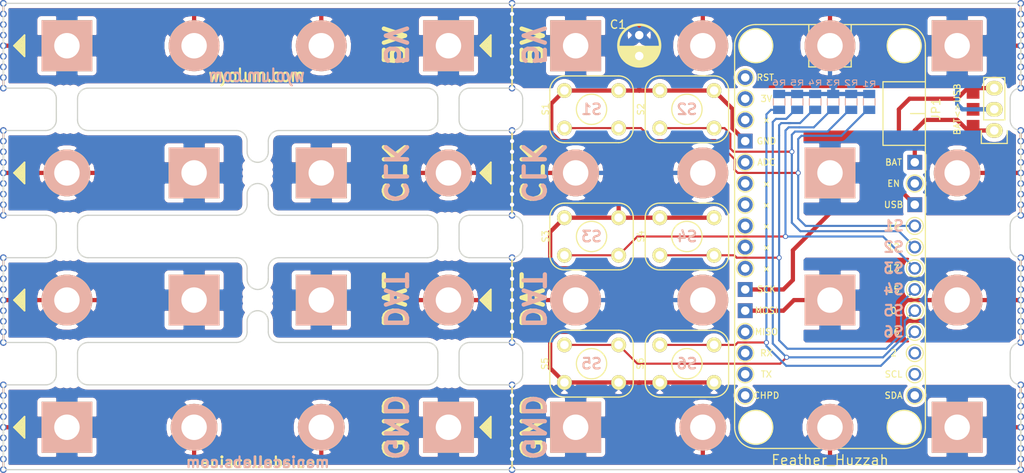
<source format=kicad_pcb>
(kicad_pcb (version 20171130) (host pcbnew no-vcs-found-959767c~61~ubuntu16.04.1)
  (layers (0 F.Cu signal) (31 B.Cu signal) (34 B.Paste user) (35 F.Paste user) (36 B.SilkS user) (37 F.SilkS user) (38 B.Mask user) (39 F.Mask user) (44 Edge.Cuts user))
  (net 0 "")
  (net 1 /GND)
  (net 2 /VBAT)
  (net 3 /VUSB)
  (net 4 /CLK)
  (net 5 /DAT)
  (net 6 /5V)
  (net 7 /CLK2)
  (net 8 /CLK1)
  (net 9 /DAT2)
  (net 10 /DAT1)
  (net 11 /S6)
  (net 12 /S5)
  (net 13 /S4)
  (net 14 /S3)
  (net 15 /S2)
  (net 16 /S1)
  (module ultim_bus:SW-PB (layer F.Cu) (at 126.365 68.58 270)
    (fp_text reference S5 (at 0 5.588 270) (layer F.SilkS) (effects (font (size 0.762 0.762) (thickness 0.127))))
    (fp_text value SPST-M-2 hide)
    (pad 1 thru_hole circle (at -2.25 -3.25 270) (size 1.778 1.778) (drill 1.016) (layers *.Cu *.Mask F.SilkS) (net 12 /S5))
    (pad 2 thru_hole circle (at 2.25 3.25 270) (size 1.778 1.778) (drill 1.016) (layers *.Cu *.Mask F.SilkS) (net 1 /GND))
    (pad 2 thru_hole circle (at 2.25 -3.25 270) (size 1.778 1.778) (drill 1.016) (layers *.Cu *.Mask F.SilkS) (net 1 /GND))
    (pad 1 thru_hole circle (at -2.25 3.25 270) (size 1.778 1.778) (drill 1.016) (layers *.Cu *.Mask F.SilkS) (net 12 /S5))
  )
  (module ultim8x8_libs:mouse-bite-2.54mm-slot (layer F.Cu) (at 86.36 60.96 90)
    (fp_text reference M13 hide)
    (fp_text value MouseBite hide)
    (pad "" np_thru_hole circle (at 0 -1.1 90) (size 0.5 0.5) (drill 0.5) (layers *.Cu *.Mask))
    (pad "" np_thru_hole circle (at 0 1.1 90) (size 0.5 0.5) (drill 0.5) (layers *.Cu *.Mask))
    (pad "" np_thru_hole circle (at 0.8 -1.1 90) (size 0.5 0.5) (drill 0.5) (layers *.Cu *.Mask))
    (pad "" np_thru_hole circle (at -0.8 -1.1 90) (size 0.5 0.5) (drill 0.5) (layers *.Cu *.Mask))
    (pad "" np_thru_hole circle (at -0.8 1.1 90) (size 0.5 0.5) (drill 0.5) (layers *.Cu *.Mask))
    (pad "" np_thru_hole circle (at 0.8 1.1 90) (size 0.5 0.5) (drill 0.5) (layers *.Cu *.Mask))
  )
  (module ultim8x8_libs:Screw (layer F.Cu) (at 63.5 60.96)
    (fp_text reference P31 hide)
    (fp_text value CONN_1 hide)
    (pad 1 thru_hole circle (at 0 0) (size 6.096 6.096) (drill 3.048) (layers *.Cu *.Paste *.SilkS *.Mask) (net 9 /DAT2))
  )
  (module ultim8x8_libs:Screw (layer F.Cu) (at 170.18 60.96)
    (fp_text reference P38 hide)
    (fp_text value CONN_1 hide)
    (pad 1 thru_hole circle (at 0 0) (size 6.096 6.096) (drill 3.048) (layers *.Cu *.Paste *.SilkS *.Mask) (net 5 /DAT))
  )
  (module ultim8x8_libs:Screw (layer F.Cu) (at 124.46 60.96)
    (fp_text reference P35 hide)
    (fp_text value CONN_1 hide)
    (pad 1 thru_hole circle (at 0 0) (size 6.096 6.096) (drill 3.048) (layers *.Cu *.Paste *.SilkS *.Mask) (net 10 /DAT1))
  )
  (module ultim8x8_libs:Screw (layer F.Cu) (at 109.22 60.96)
    (fp_text reference P34 hide)
    (fp_text value CONN_1 hide)
    (pad 1 thru_hole circle (at 0 0) (size 6.096 6.096) (drill 3.048) (layers *.Cu *.Paste *.SilkS *.Mask) (net 10 /DAT1))
  )
  (module ultim8x8_libs:mouse-bite-2.54mm-slot (layer F.Cu) (at 86.36 45.72 90)
    (fp_text reference M6 hide)
    (fp_text value MouseBite hide)
    (pad "" np_thru_hole circle (at 0 -1.1 90) (size 0.5 0.5) (drill 0.5) (layers *.Cu *.Mask))
    (pad "" np_thru_hole circle (at 0 1.1 90) (size 0.5 0.5) (drill 0.5) (layers *.Cu *.Mask))
    (pad "" np_thru_hole circle (at 0.8 -1.1 90) (size 0.5 0.5) (drill 0.5) (layers *.Cu *.Mask))
    (pad "" np_thru_hole circle (at -0.8 -1.1 90) (size 0.5 0.5) (drill 0.5) (layers *.Cu *.Mask))
    (pad "" np_thru_hole circle (at -0.8 1.1 90) (size 0.5 0.5) (drill 0.5) (layers *.Cu *.Mask))
    (pad "" np_thru_hole circle (at 0.8 1.1 90) (size 0.5 0.5) (drill 0.5) (layers *.Cu *.Mask))
  )
  (module ultim8x8_libs:Screw (layer F.Cu) (at 78.74 30.48)
    (fp_text reference P6 hide)
    (fp_text value CONN_1 hide)
    (pad 1 thru_hole circle (at 0 0) (size 6.096 6.096) (drill 3.048) (layers *.Cu *.Paste *.SilkS *.Mask) (net 6 /5V))
  )
  (module ultim8x8_libs:Screw (layer F.Cu) (at 93.98 30.48)
    (fp_text reference P7 hide)
    (fp_text value CONN_1 hide)
    (pad 1 thru_hole circle (at 0 0) (size 6.096 6.096) (drill 3.048) (layers *.Cu *.Paste *.SilkS *.Mask) (net 6 /5V))
  )
  (module ultim8x8_libs:Screw (layer F.Cu) (at 139.7 30.48)
    (fp_text reference P10 hide)
    (fp_text value CONN_1 hide)
    (pad 1 thru_hole circle (at 0 0) (size 6.096 6.096) (drill 3.048) (layers *.Cu *.Paste *.SilkS *.Mask) (net 6 /5V))
  )
  (module ultim8x8_libs:Screw (layer F.Cu) (at 154.94 30.48)
    (fp_text reference P11 hide)
    (fp_text value CONN_1 hide)
    (pad 1 thru_hole circle (at 0 0) (size 6.096 6.096) (drill 3.048) (layers *.Cu *.Paste *.SilkS *.Mask) (net 6 /5V))
  )
  (module ultim8x8_libs:Screw_SqPad (layer F.Cu) (at 63.5 30.48)
    (fp_text reference P5 hide)
    (fp_text value CONN_1 hide)
    (pad 1 thru_hole rect (at 0 0) (size 6.096 6.096) (drill 3.048) (layers *.Cu *.Paste *.SilkS *.Mask) (net 6 /5V))
  )
  (module ultim8x8_libs:Screw_SqPad (layer F.Cu) (at 109.22 30.48)
    (fp_text reference P8 hide)
    (fp_text value CONN_1 hide)
    (pad 1 thru_hole rect (at 0 0) (size 6.096 6.096) (drill 3.048) (layers *.Cu *.Paste *.SilkS *.Mask) (net 6 /5V))
  )
  (module ultim8x8_libs:Screw_SqPad (layer F.Cu) (at 124.46 30.48)
    (fp_text reference P9 hide)
    (fp_text value CONN_1 hide)
    (pad 1 thru_hole rect (at 0 0) (size 6.096 6.096) (drill 3.048) (layers *.Cu *.Paste *.SilkS *.Mask) (net 6 /5V))
  )
  (module ultim8x8_libs:Screw_SqPad (layer F.Cu) (at 170.18 30.48)
    (fp_text reference P12 hide)
    (fp_text value CONN_1 hide)
    (pad 1 thru_hole rect (at 0 0) (size 6.096 6.096) (drill 3.048) (layers *.Cu *.Paste *.SilkS *.Mask) (net 6 /5V))
  )
  (module ultim8x8_libs:Screw_SqPad (layer F.Cu) (at 78.74 60.96)
    (fp_text reference P32 hide)
    (fp_text value CONN_1 hide)
    (pad 1 thru_hole rect (at 0 0) (size 6.096 6.096) (drill 3.048) (layers *.Cu *.Paste *.SilkS *.Mask) (net 9 /DAT2))
  )
  (module ultim8x8_libs:Screw_SqPad (layer F.Cu) (at 93.98 60.96)
    (fp_text reference P33 hide)
    (fp_text value CONN_1 hide)
    (pad 1 thru_hole rect (at 0 0) (size 6.096 6.096) (drill 3.048) (layers *.Cu *.Paste *.SilkS *.Mask) (net 10 /DAT1))
  )
  (module ultim8x8_libs:Screw_SqPad (layer F.Cu) (at 139.7 60.96)
    (fp_text reference P36 hide)
    (fp_text value CONN_1 hide)
    (pad 1 thru_hole circle (at 0 0) (size 6.096 6.096) (drill 3.048) (layers *.Cu *.Paste *.SilkS *.Mask) (net 10 /DAT1))
  )
  (module ultim8x8_libs:Screw_SqPad (layer F.Cu) (at 154.94 60.96)
    (fp_text reference P37 hide)
    (fp_text value CONN_1 hide)
    (pad 1 thru_hole rect (at 0 0) (size 6.096 6.096) (drill 3.048) (layers *.Cu *.Paste *.SilkS *.Mask) (net 5 /DAT))
  )
  (module ultim8x8_libs:Screw (layer F.Cu) (at 63.5 45.72)
    (fp_text reference P18 hide)
    (fp_text value CONN_1 hide)
    (pad 1 thru_hole circle (at 0 0) (size 5.6 5.6) (drill 3.048) (layers *.Cu *.SilkS *.Mask) (net 7 /CLK2))
  )
  (module ultim8x8_libs:Screw_SqPad (layer F.Cu) (at 78.74 45.72)
    (fp_text reference P19 hide)
    (fp_text value CONN_1 hide)
    (pad 1 thru_hole rect (at 0 0) (size 6.096 6.096) (drill 3.048) (layers *.Cu *.Paste *.SilkS *.Mask) (net 7 /CLK2))
  )
  (module ultim8x8_libs:Screw_SqPad (layer F.Cu) (at 93.98 45.72)
    (fp_text reference P20 hide)
    (fp_text value CONN_1 hide)
    (pad 1 thru_hole rect (at 0 0) (size 6.096 6.096) (drill 3.048) (layers *.Cu *.Paste *.SilkS *.Mask) (net 8 /CLK1))
  )
  (module ultim8x8_libs:Screw (layer F.Cu) (at 109.22 45.72)
    (fp_text reference P21 hide)
    (fp_text value CONN_1 hide)
    (pad 1 thru_hole circle (at 0 0) (size 5.6 5.6) (drill 3.048) (layers *.Cu *.SilkS *.Mask) (net 8 /CLK1))
  )
  (module ultim8x8_libs:Screw (layer F.Cu) (at 124.46 45.72)
    (fp_text reference P22 hide)
    (fp_text value CONN_1 hide)
    (pad 1 thru_hole circle (at 0 0) (size 5.6 5.6) (drill 3.048) (layers *.Cu *.SilkS *.Mask) (net 8 /CLK1))
  )
  (module ultim8x8_libs:Screw_SqPad (layer F.Cu) (at 139.7 45.72)
    (fp_text reference P23 hide)
    (fp_text value CONN_1 hide)
    (pad 1 thru_hole circle (at 0 0) (size 6.096 6.096) (drill 3.048) (layers *.Cu *.Paste *.SilkS *.Mask) (net 8 /CLK1))
  )
  (module ultim8x8_libs:Screw_SqPad (layer F.Cu) (at 154.94 45.72)
    (fp_text reference P24 hide)
    (fp_text value CONN_1 hide)
    (pad 1 thru_hole rect (at 0 0) (size 6.096 6.096) (drill 3.048) (layers *.Cu *.Paste *.SilkS *.Mask) (net 4 /CLK))
  )
  (module ultim8x8_libs:Screw (layer F.Cu) (at 170.18 45.72)
    (fp_text reference P25 hide)
    (fp_text value CONN_1 hide)
    (pad 1 thru_hole circle (at 0 0) (size 5.6 5.6) (drill 3.048) (layers *.Cu *.SilkS *.Mask) (net 4 /CLK))
  )
  (module ultim8x8_libs:Screw_SqPad (layer F.Cu) (at 63.5 76.2)
    (fp_text reference P44 hide)
    (fp_text value CONN_1 hide)
    (pad 1 thru_hole rect (at 0 0) (size 6.096 6.096) (drill 3.048) (layers *.Cu *.Paste *.SilkS *.Mask) (net 1 /GND))
  )
  (module ultim8x8_libs:Screw (layer F.Cu) (at 78.74 76.2)
    (fp_text reference P45 hide)
    (fp_text value CONN_1 hide)
    (pad 1 thru_hole circle (at 0 0) (size 5.6 5.6) (drill 3.048) (layers *.Cu *.SilkS *.Mask) (net 1 /GND))
  )
  (module ultim8x8_libs:Screw (layer F.Cu) (at 93.98 76.2)
    (fp_text reference P46 hide)
    (fp_text value CONN_1 hide)
    (pad 1 thru_hole circle (at 0 0) (size 5.6 5.6) (drill 3.048) (layers *.Cu *.SilkS *.Mask) (net 1 /GND))
  )
  (module ultim8x8_libs:Screw_SqPad (layer F.Cu) (at 109.22 76.2)
    (fp_text reference P47 hide)
    (fp_text value CONN_1 hide)
    (pad 1 thru_hole rect (at 0 0) (size 6.096 6.096) (drill 3.048) (layers *.Cu *.Paste *.SilkS *.Mask) (net 1 /GND))
  )
  (module ultim8x8_libs:Screw_SqPad (layer F.Cu) (at 124.46 76.2)
    (fp_text reference P48 hide)
    (fp_text value CONN_1 hide)
    (pad 1 thru_hole rect (at 0 0) (size 6.096 6.096) (drill 3.048) (layers *.Cu *.Paste *.SilkS *.Mask) (net 1 /GND))
  )
  (module ultim8x8_libs:Screw (layer F.Cu) (at 139.7 76.2)
    (fp_text reference P49 hide)
    (fp_text value CONN_1 hide)
    (pad 1 thru_hole circle (at 0 0) (size 5.6 5.6) (drill 3.048) (layers *.Cu *.SilkS *.Mask) (net 1 /GND))
  )
  (module ultim8x8_libs:Screw (layer F.Cu) (at 154.94 76.2)
    (fp_text reference P50 hide)
    (fp_text value CONN_1 hide)
    (pad 1 thru_hole circle (at 0 0) (size 5.6 5.6) (drill 3.048) (layers *.Cu *.SilkS *.Mask) (net 1 /GND))
  )
  (module ultim8x8_libs:Screw_SqPad (layer F.Cu) (at 170.18 76.2)
    (fp_text reference P51 hide)
    (fp_text value CONN_1 hide)
    (pad 1 thru_hole rect (at 0 0) (size 6.096 6.096) (drill 3.048) (layers *.Cu *.Paste *.SilkS *.Mask) (net 1 /GND))
  )
  (module ultim_bus:switch_spdt (layer F.Cu) (at 174.625 38.1 180)
    (fp_text reference JP1 (at 6.985 0 270) (layer F.SilkS))
    (fp_text value PWR_SEL hide)
    (pad 1 thru_hole oval (at 0 -2.54 180) (size 2.032 1.7272) (drill 1.016) (layers *.Cu *.Mask F.SilkS) (net 2 /VBAT))
    (pad 2 thru_hole oval (at 0 0 180) (size 2.032 1.7272) (drill 1.016) (layers *.Cu *.Mask F.SilkS) (net 6 /5V))
    (pad 3 thru_hole oval (at 0 2.54 180) (size 2.032 1.7272) (drill 1.016) (layers *.Cu *.Mask F.SilkS) (net 3 /VUSB))
    (pad 2 smd rect (at 2.54 0 180) (size 1.524 1.524) (layers F.Cu F.Paste F.Mask) (net 6 /5V))
    (pad 3 smd rect (at 2.54 2.54 180) (size 1.524 2.032) (drill (offset 0 -0.254)) (layers F.Cu F.Paste F.Mask) (net 3 /VUSB))
    (pad 1 smd rect (at 2.54 -2.54 180) (size 1.524 2.032) (drill (offset 0 0.254)) (layers F.Cu F.Paste F.Mask) (net 2 /VBAT))
  )
  (module ultim_bus:via_0.8x9 (layer F.Cu) (at 177.8 30.48)
    (fp_text reference v1 hide)
    (fp_text value via_0.8x9 hide)
    (pad 1 thru_hole circle (at 0 -5.08) (size 0.8 0.8) (drill 0.5) (layers *.Cu) (net 6 /5V))
    (pad 2 thru_hole circle (at 0 -3.81) (size 0.8 0.8) (drill 0.5) (layers *.Cu) (net 6 /5V))
    (pad 3 thru_hole circle (at 0 -2.54) (size 0.8 0.8) (drill 0.5) (layers *.Cu) (net 6 /5V))
    (pad 4 thru_hole circle (at 0 -1.27) (size 0.8 0.8) (drill 0.5) (layers *.Cu) (net 6 /5V))
    (pad 5 thru_hole circle (at 0 0) (size 0.8 0.8) (drill 0.5) (layers *.Cu) (net 6 /5V))
    (pad 6 thru_hole circle (at 0 1.27) (size 0.8 0.8) (drill 0.5) (layers *.Cu) (net 6 /5V))
    (pad 7 thru_hole circle (at 0 2.54) (size 0.8 0.8) (drill 0.5) (layers *.Cu) (net 6 /5V))
    (pad 8 thru_hole circle (at 0 3.81) (size 0.8 0.8) (drill 0.5) (layers *.Cu) (net 6 /5V))
    (pad 9 thru_hole circle (at 0 5.08) (size 0.8 0.8) (drill 0.5) (layers *.Cu) (net 6 /5V))
  )
  (module ultim_bus:via_0.8x9 (layer F.Cu) (at 116.84 30.48)
    (fp_text reference v2 hide)
    (fp_text value via_0.8x9 hide)
    (pad 1 thru_hole circle (at 0 -5.08) (size 0.8 0.8) (drill 0.5) (layers *.Cu) (net 6 /5V))
    (pad 2 thru_hole circle (at 0 -3.81) (size 0.8 0.8) (drill 0.5) (layers *.Cu) (net 6 /5V))
    (pad 3 thru_hole circle (at 0 -2.54) (size 0.8 0.8) (drill 0.5) (layers *.Cu) (net 6 /5V))
    (pad 4 thru_hole circle (at 0 -1.27) (size 0.8 0.8) (drill 0.5) (layers *.Cu) (net 6 /5V))
    (pad 5 thru_hole circle (at 0 0) (size 0.8 0.8) (drill 0.5) (layers *.Cu) (net 6 /5V))
    (pad 6 thru_hole circle (at 0 1.27) (size 0.8 0.8) (drill 0.5) (layers *.Cu) (net 6 /5V))
    (pad 7 thru_hole circle (at 0 2.54) (size 0.8 0.8) (drill 0.5) (layers *.Cu) (net 6 /5V))
    (pad 8 thru_hole circle (at 0 3.81) (size 0.8 0.8) (drill 0.5) (layers *.Cu) (net 6 /5V))
    (pad 9 thru_hole circle (at 0 5.08) (size 0.8 0.8) (drill 0.5) (layers *.Cu) (net 6 /5V))
  )
  (module ultim_bus:via_0.8x9 (layer F.Cu) (at 55.88 30.48)
    (fp_text reference v3 hide)
    (fp_text value via_0.8x9 hide)
    (pad 1 thru_hole circle (at 0 -5.08) (size 0.8 0.8) (drill 0.5) (layers *.Cu) (net 6 /5V))
    (pad 2 thru_hole circle (at 0 -3.81) (size 0.8 0.8) (drill 0.5) (layers *.Cu) (net 6 /5V))
    (pad 3 thru_hole circle (at 0 -2.54) (size 0.8 0.8) (drill 0.5) (layers *.Cu) (net 6 /5V))
    (pad 4 thru_hole circle (at 0 -1.27) (size 0.8 0.8) (drill 0.5) (layers *.Cu) (net 6 /5V))
    (pad 5 thru_hole circle (at 0 0) (size 0.8 0.8) (drill 0.5) (layers *.Cu) (net 6 /5V))
    (pad 6 thru_hole circle (at 0 1.27) (size 0.8 0.8) (drill 0.5) (layers *.Cu) (net 6 /5V))
    (pad 7 thru_hole circle (at 0 2.54) (size 0.8 0.8) (drill 0.5) (layers *.Cu) (net 6 /5V))
    (pad 8 thru_hole circle (at 0 3.81) (size 0.8 0.8) (drill 0.5) (layers *.Cu) (net 6 /5V))
    (pad 9 thru_hole circle (at 0 5.08) (size 0.8 0.8) (drill 0.5) (layers *.Cu) (net 6 /5V))
  )
  (module ultim_bus:via_0.8x9 (layer F.Cu) (at 177.8 76.2)
    (fp_text reference v4 hide)
    (fp_text value via_0.8x9 hide)
    (pad 1 thru_hole circle (at 0 -5.08) (size 0.8 0.8) (drill 0.5) (layers *.Cu) (net 1 /GND))
    (pad 2 thru_hole circle (at 0 -3.81) (size 0.8 0.8) (drill 0.5) (layers *.Cu) (net 1 /GND))
    (pad 3 thru_hole circle (at 0 -2.54) (size 0.8 0.8) (drill 0.5) (layers *.Cu) (net 1 /GND))
    (pad 4 thru_hole circle (at 0 -1.27) (size 0.8 0.8) (drill 0.5) (layers *.Cu) (net 1 /GND))
    (pad 5 thru_hole circle (at 0 0) (size 0.8 0.8) (drill 0.5) (layers *.Cu) (net 1 /GND))
    (pad 6 thru_hole circle (at 0 1.27) (size 0.8 0.8) (drill 0.5) (layers *.Cu) (net 1 /GND))
    (pad 7 thru_hole circle (at 0 2.54) (size 0.8 0.8) (drill 0.5) (layers *.Cu) (net 1 /GND))
    (pad 8 thru_hole circle (at 0 3.81) (size 0.8 0.8) (drill 0.5) (layers *.Cu) (net 1 /GND))
    (pad 9 thru_hole circle (at 0 5.08) (size 0.8 0.8) (drill 0.5) (layers *.Cu) (net 1 /GND))
  )
  (module ultim_bus:via_0.8x9 (layer F.Cu) (at 116.84 76.2)
    (fp_text reference v5 hide)
    (fp_text value via_0.8x9 hide)
    (pad 1 thru_hole circle (at 0 -5.08) (size 0.8 0.8) (drill 0.5) (layers *.Cu) (net 1 /GND))
    (pad 2 thru_hole circle (at 0 -3.81) (size 0.8 0.8) (drill 0.5) (layers *.Cu) (net 1 /GND))
    (pad 3 thru_hole circle (at 0 -2.54) (size 0.8 0.8) (drill 0.5) (layers *.Cu) (net 1 /GND))
    (pad 4 thru_hole circle (at 0 -1.27) (size 0.8 0.8) (drill 0.5) (layers *.Cu) (net 1 /GND))
    (pad 5 thru_hole circle (at 0 0) (size 0.8 0.8) (drill 0.5) (layers *.Cu) (net 1 /GND))
    (pad 6 thru_hole circle (at 0 1.27) (size 0.8 0.8) (drill 0.5) (layers *.Cu) (net 1 /GND))
    (pad 7 thru_hole circle (at 0 2.54) (size 0.8 0.8) (drill 0.5) (layers *.Cu) (net 1 /GND))
    (pad 8 thru_hole circle (at 0 3.81) (size 0.8 0.8) (drill 0.5) (layers *.Cu) (net 1 /GND))
    (pad 9 thru_hole circle (at 0 5.08) (size 0.8 0.8) (drill 0.5) (layers *.Cu) (net 1 /GND))
  )
  (module ultim_bus:via_0.8x9 (layer F.Cu) (at 55.88 76.2)
    (fp_text reference v6 hide)
    (fp_text value via_0.8x9 hide)
    (pad 1 thru_hole circle (at 0 -5.08) (size 0.8 0.8) (drill 0.5) (layers *.Cu) (net 1 /GND))
    (pad 2 thru_hole circle (at 0 -3.81) (size 0.8 0.8) (drill 0.5) (layers *.Cu) (net 1 /GND))
    (pad 3 thru_hole circle (at 0 -2.54) (size 0.8 0.8) (drill 0.5) (layers *.Cu) (net 1 /GND))
    (pad 4 thru_hole circle (at 0 -1.27) (size 0.8 0.8) (drill 0.5) (layers *.Cu) (net 1 /GND))
    (pad 5 thru_hole circle (at 0 0) (size 0.8 0.8) (drill 0.5) (layers *.Cu) (net 1 /GND))
    (pad 6 thru_hole circle (at 0 1.27) (size 0.8 0.8) (drill 0.5) (layers *.Cu) (net 1 /GND))
    (pad 7 thru_hole circle (at 0 2.54) (size 0.8 0.8) (drill 0.5) (layers *.Cu) (net 1 /GND))
    (pad 8 thru_hole circle (at 0 3.81) (size 0.8 0.8) (drill 0.5) (layers *.Cu) (net 1 /GND))
    (pad 9 thru_hole circle (at 0 5.08) (size 0.8 0.8) (drill 0.5) (layers *.Cu) (net 1 /GND))
  )
  (module ultim_bus:via_0.8x9 (layer F.Cu) (at 177.8 45.72)
    (fp_text reference v7 hide)
    (fp_text value via_0.8x9 hide)
    (pad 1 thru_hole circle (at 0 -5.08) (size 0.8 0.8) (drill 0.5) (layers *.Cu) (net 4 /CLK))
    (pad 2 thru_hole circle (at 0 -3.81) (size 0.8 0.8) (drill 0.5) (layers *.Cu) (net 4 /CLK))
    (pad 3 thru_hole circle (at 0 -2.54) (size 0.8 0.8) (drill 0.5) (layers *.Cu) (net 4 /CLK))
    (pad 4 thru_hole circle (at 0 -1.27) (size 0.8 0.8) (drill 0.5) (layers *.Cu) (net 4 /CLK))
    (pad 5 thru_hole circle (at 0 0) (size 0.8 0.8) (drill 0.5) (layers *.Cu) (net 4 /CLK))
    (pad 6 thru_hole circle (at 0 1.27) (size 0.8 0.8) (drill 0.5) (layers *.Cu) (net 4 /CLK))
    (pad 7 thru_hole circle (at 0 2.54) (size 0.8 0.8) (drill 0.5) (layers *.Cu) (net 4 /CLK))
    (pad 8 thru_hole circle (at 0 3.81) (size 0.8 0.8) (drill 0.5) (layers *.Cu) (net 4 /CLK))
    (pad 9 thru_hole circle (at 0 5.08) (size 0.8 0.8) (drill 0.5) (layers *.Cu) (net 4 /CLK))
  )
  (module ultim_bus:via_0.8x9 (layer F.Cu) (at 116.84 45.72)
    (fp_text reference v8 hide)
    (fp_text value via_0.8x9 hide)
    (pad 1 thru_hole circle (at 0 -5.08) (size 0.8 0.8) (drill 0.5) (layers *.Cu) (net 8 /CLK1))
    (pad 2 thru_hole circle (at 0 -3.81) (size 0.8 0.8) (drill 0.5) (layers *.Cu) (net 8 /CLK1))
    (pad 3 thru_hole circle (at 0 -2.54) (size 0.8 0.8) (drill 0.5) (layers *.Cu) (net 8 /CLK1))
    (pad 4 thru_hole circle (at 0 -1.27) (size 0.8 0.8) (drill 0.5) (layers *.Cu) (net 8 /CLK1))
    (pad 5 thru_hole circle (at 0 0) (size 0.8 0.8) (drill 0.5) (layers *.Cu) (net 8 /CLK1))
    (pad 6 thru_hole circle (at 0 1.27) (size 0.8 0.8) (drill 0.5) (layers *.Cu) (net 8 /CLK1))
    (pad 7 thru_hole circle (at 0 2.54) (size 0.8 0.8) (drill 0.5) (layers *.Cu) (net 8 /CLK1))
    (pad 8 thru_hole circle (at 0 3.81) (size 0.8 0.8) (drill 0.5) (layers *.Cu) (net 8 /CLK1))
    (pad 9 thru_hole circle (at 0 5.08) (size 0.8 0.8) (drill 0.5) (layers *.Cu) (net 8 /CLK1))
  )
  (module ultim_bus:via_0.8x9 (layer F.Cu) (at 55.88 45.72)
    (fp_text reference v9 hide)
    (fp_text value via_0.8x9 hide)
    (pad 1 thru_hole circle (at 0 -5.08) (size 0.8 0.8) (drill 0.5) (layers *.Cu) (net 7 /CLK2))
    (pad 2 thru_hole circle (at 0 -3.81) (size 0.8 0.8) (drill 0.5) (layers *.Cu) (net 7 /CLK2))
    (pad 3 thru_hole circle (at 0 -2.54) (size 0.8 0.8) (drill 0.5) (layers *.Cu) (net 7 /CLK2))
    (pad 4 thru_hole circle (at 0 -1.27) (size 0.8 0.8) (drill 0.5) (layers *.Cu) (net 7 /CLK2))
    (pad 5 thru_hole circle (at 0 0) (size 0.8 0.8) (drill 0.5) (layers *.Cu) (net 7 /CLK2))
    (pad 6 thru_hole circle (at 0 1.27) (size 0.8 0.8) (drill 0.5) (layers *.Cu) (net 7 /CLK2))
    (pad 7 thru_hole circle (at 0 2.54) (size 0.8 0.8) (drill 0.5) (layers *.Cu) (net 7 /CLK2))
    (pad 8 thru_hole circle (at 0 3.81) (size 0.8 0.8) (drill 0.5) (layers *.Cu) (net 7 /CLK2))
    (pad 9 thru_hole circle (at 0 5.08) (size 0.8 0.8) (drill 0.5) (layers *.Cu) (net 7 /CLK2))
  )
  (module ultim_bus:via_0.8x9 (layer F.Cu) (at 177.8 60.96)
    (fp_text reference v10 hide)
    (fp_text value via_0.8x9 hide)
    (pad 1 thru_hole circle (at 0 -5.08) (size 0.8 0.8) (drill 0.5) (layers *.Cu) (net 5 /DAT))
    (pad 2 thru_hole circle (at 0 -3.81) (size 0.8 0.8) (drill 0.5) (layers *.Cu) (net 5 /DAT))
    (pad 3 thru_hole circle (at 0 -2.54) (size 0.8 0.8) (drill 0.5) (layers *.Cu) (net 5 /DAT))
    (pad 4 thru_hole circle (at 0 -1.27) (size 0.8 0.8) (drill 0.5) (layers *.Cu) (net 5 /DAT))
    (pad 5 thru_hole circle (at 0 0) (size 0.8 0.8) (drill 0.5) (layers *.Cu) (net 5 /DAT))
    (pad 6 thru_hole circle (at 0 1.27) (size 0.8 0.8) (drill 0.5) (layers *.Cu) (net 5 /DAT))
    (pad 7 thru_hole circle (at 0 2.54) (size 0.8 0.8) (drill 0.5) (layers *.Cu) (net 5 /DAT))
    (pad 8 thru_hole circle (at 0 3.81) (size 0.8 0.8) (drill 0.5) (layers *.Cu) (net 5 /DAT))
    (pad 9 thru_hole circle (at 0 5.08) (size 0.8 0.8) (drill 0.5) (layers *.Cu) (net 5 /DAT))
  )
  (module ultim_bus:via_0.8x9 (layer F.Cu) (at 116.84 60.96)
    (fp_text reference v11 hide)
    (fp_text value via_0.8x9 hide)
    (pad 1 thru_hole circle (at 0 -5.08) (size 0.8 0.8) (drill 0.5) (layers *.Cu) (net 10 /DAT1))
    (pad 2 thru_hole circle (at 0 -3.81) (size 0.8 0.8) (drill 0.5) (layers *.Cu) (net 10 /DAT1))
    (pad 3 thru_hole circle (at 0 -2.54) (size 0.8 0.8) (drill 0.5) (layers *.Cu) (net 10 /DAT1))
    (pad 4 thru_hole circle (at 0 -1.27) (size 0.8 0.8) (drill 0.5) (layers *.Cu) (net 10 /DAT1))
    (pad 5 thru_hole circle (at 0 0) (size 0.8 0.8) (drill 0.5) (layers *.Cu) (net 10 /DAT1))
    (pad 6 thru_hole circle (at 0 1.27) (size 0.8 0.8) (drill 0.5) (layers *.Cu) (net 10 /DAT1))
    (pad 7 thru_hole circle (at 0 2.54) (size 0.8 0.8) (drill 0.5) (layers *.Cu) (net 10 /DAT1))
    (pad 8 thru_hole circle (at 0 3.81) (size 0.8 0.8) (drill 0.5) (layers *.Cu) (net 10 /DAT1))
    (pad 9 thru_hole circle (at 0 5.08) (size 0.8 0.8) (drill 0.5) (layers *.Cu) (net 10 /DAT1))
  )
  (module ultim_bus:via_0.8x9 (layer F.Cu) (at 55.88 60.96)
    (fp_text reference v12 hide)
    (fp_text value via_0.8x9 hide)
    (pad 1 thru_hole circle (at 0 -5.08) (size 0.8 0.8) (drill 0.5) (layers *.Cu) (net 9 /DAT2))
    (pad 2 thru_hole circle (at 0 -3.81) (size 0.8 0.8) (drill 0.5) (layers *.Cu) (net 9 /DAT2))
    (pad 3 thru_hole circle (at 0 -2.54) (size 0.8 0.8) (drill 0.5) (layers *.Cu) (net 9 /DAT2))
    (pad 4 thru_hole circle (at 0 -1.27) (size 0.8 0.8) (drill 0.5) (layers *.Cu) (net 9 /DAT2))
    (pad 5 thru_hole circle (at 0 0) (size 0.8 0.8) (drill 0.5) (layers *.Cu) (net 9 /DAT2))
    (pad 6 thru_hole circle (at 0 1.27) (size 0.8 0.8) (drill 0.5) (layers *.Cu) (net 9 /DAT2))
    (pad 7 thru_hole circle (at 0 2.54) (size 0.8 0.8) (drill 0.5) (layers *.Cu) (net 9 /DAT2))
    (pad 8 thru_hole circle (at 0 3.81) (size 0.8 0.8) (drill 0.5) (layers *.Cu) (net 9 /DAT2))
    (pad 9 thru_hole circle (at 0 5.08) (size 0.8 0.8) (drill 0.5) (layers *.Cu) (net 9 /DAT2))
  )
  (module ultim_bus:mouse-bite-5.08mm-slot (layer F.Cu) (at 63.5 38.1)
    (fp_text reference M3 hide)
    (fp_text value MouseBite hide)
    (pad "" np_thru_hole circle (at 0 -2.2) (size 0.5 0.5) (drill 0.5) (layers *.Cu *.Mask))
    (pad "" np_thru_hole circle (at 0 2.2) (size 0.5 0.5) (drill 0.5) (layers *.Cu *.Mask))
    (pad "" np_thru_hole circle (at 0.8 -2.2) (size 0.5 0.5) (drill 0.5) (layers *.Cu *.Mask))
    (pad "" np_thru_hole circle (at -0.8 -2.2) (size 0.5 0.5) (drill 0.5) (layers *.Cu *.Mask))
    (pad "" np_thru_hole circle (at -0.8 2.2) (size 0.5 0.5) (drill 0.5) (layers *.Cu *.Mask))
    (pad "" np_thru_hole circle (at 0.8 2.2) (size 0.5 0.5) (drill 0.5) (layers *.Cu *.Mask))
    (pad "" np_thru_hole circle (at 0 0) (size 0.5 0.5) (drill 0.5) (layers *.Cu *.Mask))
    (pad "" np_thru_hole circle (at 0.8 0) (size 0.5 0.5) (drill 0.5) (layers *.Cu *.Mask))
    (pad "" np_thru_hole circle (at -0.8 0) (size 0.5 0.5) (drill 0.5) (layers *.Cu *.Mask))
  )
  (module ultim_bus:mouse-bite-5.08mm-slot (layer F.Cu) (at 109.22 38.1)
    (fp_text reference M4 hide)
    (fp_text value MouseBite hide)
    (pad "" np_thru_hole circle (at 0 -2.2) (size 0.5 0.5) (drill 0.5) (layers *.Cu *.Mask))
    (pad "" np_thru_hole circle (at 0 2.2) (size 0.5 0.5) (drill 0.5) (layers *.Cu *.Mask))
    (pad "" np_thru_hole circle (at 0.8 -2.2) (size 0.5 0.5) (drill 0.5) (layers *.Cu *.Mask))
    (pad "" np_thru_hole circle (at -0.8 -2.2) (size 0.5 0.5) (drill 0.5) (layers *.Cu *.Mask))
    (pad "" np_thru_hole circle (at -0.8 2.2) (size 0.5 0.5) (drill 0.5) (layers *.Cu *.Mask))
    (pad "" np_thru_hole circle (at 0.8 2.2) (size 0.5 0.5) (drill 0.5) (layers *.Cu *.Mask))
    (pad "" np_thru_hole circle (at 0 0) (size 0.5 0.5) (drill 0.5) (layers *.Cu *.Mask))
    (pad "" np_thru_hole circle (at 0.8 0) (size 0.5 0.5) (drill 0.5) (layers *.Cu *.Mask))
    (pad "" np_thru_hole circle (at -0.8 0) (size 0.5 0.5) (drill 0.5) (layers *.Cu *.Mask))
  )
  (module ultim_bus:mouse-bite-5.08mm-slot (layer F.Cu) (at 63.5 53.34)
    (fp_text reference M10 hide)
    (fp_text value MouseBite hide)
    (pad "" np_thru_hole circle (at 0 -2.2) (size 0.5 0.5) (drill 0.5) (layers *.Cu *.Mask))
    (pad "" np_thru_hole circle (at 0 2.2) (size 0.5 0.5) (drill 0.5) (layers *.Cu *.Mask))
    (pad "" np_thru_hole circle (at 0.8 -2.2) (size 0.5 0.5) (drill 0.5) (layers *.Cu *.Mask))
    (pad "" np_thru_hole circle (at -0.8 -2.2) (size 0.5 0.5) (drill 0.5) (layers *.Cu *.Mask))
    (pad "" np_thru_hole circle (at -0.8 2.2) (size 0.5 0.5) (drill 0.5) (layers *.Cu *.Mask))
    (pad "" np_thru_hole circle (at 0.8 2.2) (size 0.5 0.5) (drill 0.5) (layers *.Cu *.Mask))
    (pad "" np_thru_hole circle (at 0 0) (size 0.5 0.5) (drill 0.5) (layers *.Cu *.Mask))
    (pad "" np_thru_hole circle (at 0.8 0) (size 0.5 0.5) (drill 0.5) (layers *.Cu *.Mask))
    (pad "" np_thru_hole circle (at -0.8 0) (size 0.5 0.5) (drill 0.5) (layers *.Cu *.Mask))
  )
  (module ultim_bus:mouse-bite-5.08mm-slot (layer F.Cu) (at 109.22 53.34)
    (fp_text reference M11 hide)
    (fp_text value MouseBite hide)
    (pad "" np_thru_hole circle (at 0 -2.2) (size 0.5 0.5) (drill 0.5) (layers *.Cu *.Mask))
    (pad "" np_thru_hole circle (at 0 2.2) (size 0.5 0.5) (drill 0.5) (layers *.Cu *.Mask))
    (pad "" np_thru_hole circle (at 0.8 -2.2) (size 0.5 0.5) (drill 0.5) (layers *.Cu *.Mask))
    (pad "" np_thru_hole circle (at -0.8 -2.2) (size 0.5 0.5) (drill 0.5) (layers *.Cu *.Mask))
    (pad "" np_thru_hole circle (at -0.8 2.2) (size 0.5 0.5) (drill 0.5) (layers *.Cu *.Mask))
    (pad "" np_thru_hole circle (at 0.8 2.2) (size 0.5 0.5) (drill 0.5) (layers *.Cu *.Mask))
    (pad "" np_thru_hole circle (at 0 0) (size 0.5 0.5) (drill 0.5) (layers *.Cu *.Mask))
    (pad "" np_thru_hole circle (at 0.8 0) (size 0.5 0.5) (drill 0.5) (layers *.Cu *.Mask))
    (pad "" np_thru_hole circle (at -0.8 0) (size 0.5 0.5) (drill 0.5) (layers *.Cu *.Mask))
  )
  (module ultim_bus:mouse-bite-5.08mm-slot (layer F.Cu) (at 63.5 68.58)
    (fp_text reference M17 hide)
    (fp_text value MouseBite hide)
    (pad "" np_thru_hole circle (at 0 -2.2) (size 0.5 0.5) (drill 0.5) (layers *.Cu *.Mask))
    (pad "" np_thru_hole circle (at 0 2.2) (size 0.5 0.5) (drill 0.5) (layers *.Cu *.Mask))
    (pad "" np_thru_hole circle (at 0.8 -2.2) (size 0.5 0.5) (drill 0.5) (layers *.Cu *.Mask))
    (pad "" np_thru_hole circle (at -0.8 -2.2) (size 0.5 0.5) (drill 0.5) (layers *.Cu *.Mask))
    (pad "" np_thru_hole circle (at -0.8 2.2) (size 0.5 0.5) (drill 0.5) (layers *.Cu *.Mask))
    (pad "" np_thru_hole circle (at 0.8 2.2) (size 0.5 0.5) (drill 0.5) (layers *.Cu *.Mask))
    (pad "" np_thru_hole circle (at 0 0) (size 0.5 0.5) (drill 0.5) (layers *.Cu *.Mask))
    (pad "" np_thru_hole circle (at 0.8 0) (size 0.5 0.5) (drill 0.5) (layers *.Cu *.Mask))
    (pad "" np_thru_hole circle (at -0.8 0) (size 0.5 0.5) (drill 0.5) (layers *.Cu *.Mask))
  )
  (module ultim_bus:mouse-bite-5.08mm-slot (layer F.Cu) (at 109.22 68.58)
    (fp_text reference M18 hide)
    (fp_text value MouseBite hide)
    (pad "" np_thru_hole circle (at 0 -2.2) (size 0.5 0.5) (drill 0.5) (layers *.Cu *.Mask))
    (pad "" np_thru_hole circle (at 0 2.2) (size 0.5 0.5) (drill 0.5) (layers *.Cu *.Mask))
    (pad "" np_thru_hole circle (at 0.8 -2.2) (size 0.5 0.5) (drill 0.5) (layers *.Cu *.Mask))
    (pad "" np_thru_hole circle (at -0.8 -2.2) (size 0.5 0.5) (drill 0.5) (layers *.Cu *.Mask))
    (pad "" np_thru_hole circle (at -0.8 2.2) (size 0.5 0.5) (drill 0.5) (layers *.Cu *.Mask))
    (pad "" np_thru_hole circle (at 0.8 2.2) (size 0.5 0.5) (drill 0.5) (layers *.Cu *.Mask))
    (pad "" np_thru_hole circle (at 0 0) (size 0.5 0.5) (drill 0.5) (layers *.Cu *.Mask))
    (pad "" np_thru_hole circle (at 0.8 0) (size 0.5 0.5) (drill 0.5) (layers *.Cu *.Mask))
    (pad "" np_thru_hole circle (at -0.8 0) (size 0.5 0.5) (drill 0.5) (layers *.Cu *.Mask))
  )
  (module ultim_bus:r_0805 (layer B.Cu) (at 148.844 37.211 90)
    (fp_text reference R6 (at 2.286 0) (layer B.SilkS) (effects (font (size 0.635 0.889) (thickness 0.1143)) (justify mirror)))
    (fp_text value 10k hide)
    (pad 2 smd rect (at 0.95 0 90) (size 1 1.45) (layers B.Cu B.Paste B.Mask) (net 6 /5V))
    (pad 1 smd rect (at -0.95 0 90) (size 1 1.45) (layers B.Cu B.Paste B.Mask) (net 11 /S6))
  )
  (module ultim_bus:r_0805 (layer B.Cu) (at 151.003 37.211 90)
    (fp_text reference R5 (at 2.286 0) (layer B.SilkS) (effects (font (size 0.635 0.889) (thickness 0.1143)) (justify mirror)))
    (fp_text value 10k hide)
    (pad 2 smd rect (at 0.95 0 90) (size 1 1.45) (layers B.Cu B.Paste B.Mask) (net 6 /5V))
    (pad 1 smd rect (at -0.95 0 90) (size 1 1.45) (layers B.Cu B.Paste B.Mask) (net 12 /S5))
  )
  (module ultim_bus:r_0805 (layer B.Cu) (at 153.162 37.211 90)
    (fp_text reference R4 (at 2.286 0) (layer B.SilkS) (effects (font (size 0.635 0.889) (thickness 0.1143)) (justify mirror)))
    (fp_text value 10k hide)
    (pad 2 smd rect (at 0.95 0 90) (size 1 1.45) (layers B.Cu B.Paste B.Mask) (net 6 /5V))
    (pad 1 smd rect (at -0.95 0 90) (size 1 1.45) (layers B.Cu B.Paste B.Mask) (net 13 /S4))
  )
  (module ultim_bus:r_0805 (layer B.Cu) (at 155.321 37.211 90)
    (fp_text reference R3 (at 2.286 0) (layer B.SilkS) (effects (font (size 0.635 0.889) (thickness 0.1143)) (justify mirror)))
    (fp_text value 10k hide)
    (pad 2 smd rect (at 0.95 0 90) (size 1 1.45) (layers B.Cu B.Paste B.Mask) (net 6 /5V))
    (pad 1 smd rect (at -0.95 0 90) (size 1 1.45) (layers B.Cu B.Paste B.Mask) (net 14 /S3))
  )
  (module ultim_bus:r_0805 (layer B.Cu) (at 157.48 37.211 90)
    (fp_text reference R2 (at 2.286 0) (layer B.SilkS) (effects (font (size 0.635 0.889) (thickness 0.1143)) (justify mirror)))
    (fp_text value 10k hide)
    (pad 2 smd rect (at 0.95 0 90) (size 1 1.45) (layers B.Cu B.Paste B.Mask) (net 6 /5V))
    (pad 1 smd rect (at -0.95 0 90) (size 1 1.45) (layers B.Cu B.Paste B.Mask) (net 15 /S2))
  )
  (module ultim_bus:r_0805 (layer B.Cu) (at 159.639 37.211 90)
    (fp_text reference R1 (at 2.159 0) (layer B.SilkS) (effects (font (size 0.635 0.889) (thickness 0.1143)) (justify mirror)))
    (fp_text value 10k hide)
    (pad 2 smd rect (at 0.95 0 90) (size 1 1.45) (layers B.Cu B.Paste B.Mask) (net 6 /5V))
    (pad 1 smd rect (at -0.95 0 90) (size 1 1.45) (layers B.Cu B.Paste B.Mask) (net 16 /S1))
  )
  (module ultim_bus:cap_pol_rad3 (layer F.Cu) (at 132.08 30.46)
    (fp_text reference C1 (at -2.54 -2.52) (layer F.SilkS))
    (fp_text value "470uF 10V" hide)
    (pad 2 thru_hole circle (at 0 1.25) (size 1.778 1.778) (drill 1.016) (layers *.Cu *.Mask) (net 1 /GND))
    (pad 1 thru_hole circle (at 0 -1.25) (size 1.778 1.778) (drill 1.016) (layers *.Cu *.Mask) (net 6 /5V))
  )
  (module ultim_bus:SW-PB (layer F.Cu) (at 126.365 38.1 90)
    (fp_text reference S1 (at 0 -5.5245 90) (layer F.SilkS) (effects (font (size 0.762 0.762) (thickness 0.127))))
    (fp_text value SPST-M-2 hide)
    (pad 1 thru_hole circle (at -2.25 -3.25 90) (size 1.778 1.778) (drill 1.016) (layers *.Cu *.Mask F.SilkS) (net 16 /S1))
    (pad 2 thru_hole circle (at 2.25 3.25 90) (size 1.778 1.778) (drill 1.016) (layers *.Cu *.Mask F.SilkS) (net 1 /GND))
    (pad 2 thru_hole circle (at 2.25 -3.25 90) (size 1.778 1.778) (drill 1.016) (layers *.Cu *.Mask F.SilkS) (net 1 /GND))
    (pad 1 thru_hole circle (at -2.25 3.25 90) (size 1.778 1.778) (drill 1.016) (layers *.Cu *.Mask F.SilkS) (net 16 /S1))
  )
  (module ultim_bus:SW-PB (layer F.Cu) (at 137.795 38.1 90)
    (fp_text reference S2 (at 0 -5.5245 90) (layer F.SilkS) (effects (font (size 0.762 0.762) (thickness 0.127))))
    (fp_text value SPST-M-2 hide)
    (pad 1 thru_hole circle (at -2.25 -3.25 90) (size 1.778 1.778) (drill 1.016) (layers *.Cu *.Mask F.SilkS) (net 15 /S2))
    (pad 2 thru_hole circle (at 2.25 3.25 90) (size 1.778 1.778) (drill 1.016) (layers *.Cu *.Mask F.SilkS) (net 1 /GND))
    (pad 2 thru_hole circle (at 2.25 -3.25 90) (size 1.778 1.778) (drill 1.016) (layers *.Cu *.Mask F.SilkS) (net 1 /GND))
    (pad 1 thru_hole circle (at -2.25 3.25 90) (size 1.778 1.778) (drill 1.016) (layers *.Cu *.Mask F.SilkS) (net 15 /S2))
  )
  (module ultim_bus:SW-PB (layer F.Cu) (at 137.795 53.34 90)
    (fp_text reference S4 (at 0 -5.5245 90) (layer F.SilkS) (effects (font (size 0.762 0.762) (thickness 0.127))))
    (fp_text value SPST-M-2 hide)
    (pad 1 thru_hole circle (at -2.25 -3.25 90) (size 1.778 1.778) (drill 1.016) (layers *.Cu *.Mask F.SilkS) (net 13 /S4))
    (pad 2 thru_hole circle (at 2.25 3.25 90) (size 1.778 1.778) (drill 1.016) (layers *.Cu *.Mask F.SilkS) (net 1 /GND))
    (pad 2 thru_hole circle (at 2.25 -3.25 90) (size 1.778 1.778) (drill 1.016) (layers *.Cu *.Mask F.SilkS) (net 1 /GND))
    (pad 1 thru_hole circle (at -2.25 3.25 90) (size 1.778 1.778) (drill 1.016) (layers *.Cu *.Mask F.SilkS) (net 13 /S4))
  )
  (module ultim_bus:SW-PB (layer F.Cu) (at 126.365 53.34 90)
    (fp_text reference S3 (at 0 -5.5245 90) (layer F.SilkS) (effects (font (size 0.762 0.762) (thickness 0.127))))
    (fp_text value SPST-M-2 hide)
    (pad 1 thru_hole circle (at -2.25 -3.25 90) (size 1.778 1.778) (drill 1.016) (layers *.Cu *.Mask F.SilkS) (net 14 /S3))
    (pad 2 thru_hole circle (at 2.25 3.25 90) (size 1.778 1.778) (drill 1.016) (layers *.Cu *.Mask F.SilkS) (net 1 /GND))
    (pad 2 thru_hole circle (at 2.25 -3.25 90) (size 1.778 1.778) (drill 1.016) (layers *.Cu *.Mask F.SilkS) (net 1 /GND))
    (pad 1 thru_hole circle (at -2.25 3.25 90) (size 1.778 1.778) (drill 1.016) (layers *.Cu *.Mask F.SilkS) (net 14 /S3))
  )
  (module ultim_bus:SW-PB (layer F.Cu) (at 137.795 68.58 270)
    (fp_text reference S6 (at 0 5.588 270) (layer F.SilkS) (effects (font (size 0.762 0.762) (thickness 0.127))))
    (fp_text value SPST-M-2 hide)
    (pad 1 thru_hole circle (at -2.25 -3.25 270) (size 1.778 1.778) (drill 1.016) (layers *.Cu *.Mask F.SilkS) (net 11 /S6))
    (pad 2 thru_hole circle (at 2.25 3.25 270) (size 1.778 1.778) (drill 1.016) (layers *.Cu *.Mask F.SilkS) (net 1 /GND))
    (pad 2 thru_hole circle (at 2.25 -3.25 270) (size 1.778 1.778) (drill 1.016) (layers *.Cu *.Mask F.SilkS) (net 1 /GND))
    (pad 1 thru_hole circle (at -2.25 3.25 270) (size 1.778 1.778) (drill 1.016) (layers *.Cu *.Mask F.SilkS) (net 11 /S6))
  )
  (module ultim_bus:FEATHER_Huzzah (layer F.Cu) (at 154.94 53.34 270)
    (fp_text reference H1 (at 21.59 0) (layer F.SilkS) (effects (font (size 1.2 1.2))))
    (fp_text value Feather_Huzzah (at 26.797 0) (layer F.SilkS) (effects (font (size 1.2 1.2))))
    (fp_text user CHPD (at 19.05 7.62) (layer F.SilkS) (effects (font (size 0.762 0.762) (thickness 0.127))))
    (fp_text user TX (at 16.51 7.62) (layer F.SilkS) (effects (font (size 0.762 0.762) (thickness 0.127))))
    (fp_text user RX (at 13.97 7.62) (layer F.SilkS) (effects (font (size 0.762 0.762) (thickness 0.127))))
    (fp_text user MISO (at 11.43 7.62) (layer F.SilkS) (effects (font (size 0.762 0.762) (thickness 0.127))))
    (fp_text user x (at 3.81 7.62) (layer F.SilkS) (effects (font (size 0.762 0.762) (thickness 0.127))))
    (fp_text user x (at 1.27 7.62) (layer F.SilkS) (effects (font (size 0.762 0.762) (thickness 0.127))))
    (fp_text user x (at -1.27 7.62) (layer F.SilkS) (effects (font (size 0.762 0.762) (thickness 0.127))))
    (fp_text user x (at -3.81 7.62) (layer F.SilkS) (effects (font (size 0.762 0.762) (thickness 0.127))))
    (fp_text user x (at -6.35 7.62) (layer F.SilkS) (effects (font (size 0.762 0.762) (thickness 0.127))))
    (fp_text user ADC (at -8.89 7.62) (layer F.SilkS) (effects (font (size 0.762 0.762) (thickness 0.127))))
    (fp_text user RST (at -19.05 7.75) (layer F.SilkS) (effects (font (size 0.762 0.762) (thickness 0.127))))
    (fp_text user 3V (at -16.51 7.62) (layer F.SilkS) (effects (font (size 0.762 0.762) (thickness 0.127))))
    (fp_text user x (at -14 7.62 180) (layer F.SilkS) (effects (font (size 0.762 0.762) (thickness 0.127))))
    (fp_text user SDA (at 19.05 -7.62) (layer F.SilkS) (effects (font (size 0.762 0.762) (thickness 0.127))))
    (fp_text user SCL (at 16.51 -7.62) (layer F.SilkS) (effects (font (size 0.762 0.762) (thickness 0.127))))
    (fp_text user 2 (at 13.97 -7.62) (layer F.SilkS) (effects (font (size 0.762 0.762) (thickness 0.127))))
    (fp_text user 16 (at 11.43 -7.62) (layer F.SilkS) (effects (font (size 0.762 0.762) (thickness 0.127))))
    (fp_text user 0 (at 8.89 -7.62) (layer F.SilkS) (effects (font (size 0.762 0.762) (thickness 0.127))))
    (fp_text user 15 (at 6.35 -7.62) (layer F.SilkS) (effects (font (size 0.762 0.762) (thickness 0.127))))
    (fp_text user 13 (at 3.81 -7.62) (layer F.SilkS) (effects (font (size 0.762 0.762) (thickness 0.127))))
    (fp_text user 12 (at 1.27 -7.62) (layer F.SilkS) (effects (font (size 0.762 0.762) (thickness 0.127))))
    (fp_text user 14 (at -1.27 -7.62) (layer F.SilkS) (effects (font (size 0.762 0.762) (thickness 0.127))))
    (fp_text user EN (at -6.35 -7.62) (layer F.SilkS) (effects (font (size 0.762 0.762) (thickness 0.127))))
    (fp_text user USB (at -3.81 -7.62) (layer F.SilkS) (effects (font (size 0.762 0.762) (thickness 0.127))))
    (fp_text user BAT (at -8.89 -7.62) (layer F.SilkS) (effects (font (size 0.762 0.762) (thickness 0.127))))
    (fp_text user MOSI (at 8.89 7.62) (layer F.SilkS) (effects (font (size 0.762 0.762) (thickness 0.127))))
    (fp_text user SCK (at 6.35 7.62) (layer F.SilkS) (effects (font (size 0.762 0.762) (thickness 0.127))))
    (fp_text user GND (at -11.43 7.62) (layer F.SilkS) (effects (font (size 0.762 0.762) (thickness 0.127))))
    (pad 16 thru_hole rect (at -11.43 10.16 270) (size 1.778 1.778) (drill 1.016) (layers *.Cu *.Mask) (net 1 /GND))
    (pad 12 thru_hole rect (at -8.89 -10.16 270) (size 1.778 1.778) (drill 1.016) (layers *.Cu *.Mask) (net 2 /VBAT))
    (pad 10 thru_hole rect (at -3.81 -10.16 270) (size 1.778 1.778) (drill 1.016) (layers *.Cu *.Mask) (net 3 /VUSB))
    (pad 23 thru_hole rect (at 6.35 10.16 270) (size 1.778 1.778) (drill 1.016) (layers *.Cu *.Mask) (net 4 /CLK))
    (pad 24 thru_hole rect (at 8.89 10.16 270) (size 1.778 1.778) (drill 1.016) (layers *.Cu *.Mask) (net 5 /DAT))
    (pad 13 thru_hole circle (at -19.05 10.16 270) (size 1.778 1.778) (drill 1.016) (layers *.Cu *.Mask))
    (pad 14 thru_hole circle (at -16.51 10.16 270) (size 1.778 1.778) (drill 1.016) (layers *.Cu *.Mask))
    (pad 15 thru_hole circle (at -13.97 10.16 270) (size 1.778 1.778) (drill 1.016) (layers *.Cu *.Mask))
    (pad 17 thru_hole circle (at -8.89 10.16 270) (size 1.778 1.778) (drill 1.016) (layers *.Cu *.Mask))
    (pad 18 thru_hole circle (at -6.35 10.16 270) (size 1.778 1.778) (drill 1.016) (layers *.Cu *.Mask))
    (pad 19 thru_hole circle (at -3.81 10.16 270) (size 1.778 1.778) (drill 1.016) (layers *.Cu *.Mask))
    (pad 20 thru_hole circle (at -1.27 10.16 270) (size 1.778 1.778) (drill 1.016) (layers *.Cu *.Mask))
    (pad 21 thru_hole circle (at 1.27 10.16 270) (size 1.778 1.778) (drill 1.016) (layers *.Cu *.Mask))
    (pad 22 thru_hole circle (at 3.81 10.16 270) (size 1.778 1.778) (drill 1.016) (layers *.Cu *.Mask))
    (pad 25 thru_hole circle (at 11.43 10.16 270) (size 1.778 1.778) (drill 1.016) (layers *.Cu *.Mask))
    (pad 26 thru_hole circle (at 13.97 10.16 270) (size 1.778 1.778) (drill 1.016) (layers *.Cu *.Mask))
    (pad 27 thru_hole circle (at 16.51 10.16 270) (size 1.778 1.778) (drill 1.016) (layers *.Cu *.Mask))
    (pad 28 thru_hole circle (at 19.05 10.16 270) (size 1.778 1.778) (drill 1.016) (layers *.Cu *.Mask))
    (pad 1 thru_hole circle (at 19.05 -10.16 270) (size 1.778 1.778) (drill 1.016) (layers *.Cu *.Mask))
    (pad 2 thru_hole circle (at 16.51 -10.16 270) (size 1.524 1.524) (drill 1.016) (layers *.Cu *.Mask))
    (pad 3 thru_hole circle (at 13.97 -10.16 270) (size 1.524 1.524) (drill 1.016) (layers *.Cu *.Mask))
    (pad 4 thru_hole circle (at 11.43 -10.16 270) (size 1.524 1.524) (drill 1.016) (layers *.Cu *.Mask) (net 11 /S6))
    (pad 5 thru_hole circle (at 8.89 -10.16 270) (size 1.524 1.524) (drill 1.016) (layers *.Cu *.Mask) (net 12 /S5))
    (pad 6 thru_hole circle (at 6.35 -10.16 270) (size 1.524 1.524) (drill 1.016) (layers *.Cu *.Mask) (net 13 /S4))
    (pad 7 thru_hole circle (at 3.81 -10.16 270) (size 1.524 1.524) (drill 1.016) (layers *.Cu *.Mask) (net 14 /S3))
    (pad 8 thru_hole circle (at 1.27 -10.16 270) (size 1.524 1.524) (drill 1.016) (layers *.Cu *.Mask) (net 15 /S2))
    (pad 9 thru_hole circle (at -1.27 -10.16 270) (size 1.524 1.524) (drill 1.016) (layers *.Cu *.Mask) (net 16 /S1))
    (pad 11 thru_hole circle (at -6.35 -10.16 270) (size 1.778 1.778) (drill 1.016) (layers *.Cu *.Mask))
    (pad "" np_thru_hole circle (at -22.86 8.89 270) (size 3.048 3.048) (drill 3.048) (layers *.Cu *.Mask))
    (pad "" np_thru_hole circle (at 22.86 8.89 270) (size 3.048 3.048) (drill 3.048) (layers *.Cu *.Mask))
    (pad "" np_thru_hole circle (at 22.86 -8.89 270) (size 3.048 3.048) (drill 3.048) (layers *.Cu *.Mask))
    (pad "" np_thru_hole circle (at -22.86 -8.89 270) (size 3.048 3.048) (drill 3.048) (layers *.Cu *.Mask))
  )
  (gr_line (start 177.8 71.12) (end 177.8 81.28) (angle 90) (layer Edge.Cuts) (width 0.15))
  (gr_line (start 177.8 40.64) (end 177.8 50.8) (angle 90) (layer Edge.Cuts) (width 0.15))
  (gr_line (start 177.8 55.88) (end 177.8 66.04) (angle 90) (layer Edge.Cuts) (width 0.15))
  (gr_line (start 177.8 81.28) (end 55.88 81.28) (angle 90) (layer Edge.Cuts) (width 0.15))
  (gr_line (start 177.8 35.56) (end 177.8 25.4) (angle 90) (layer Edge.Cuts) (width 0.15))
  (gr_line (start 55.88 35.56) (end 55.88 25.4) (layer Edge.Cuts) (width 0.2))
  (gr_line (start 55.88 50.8) (end 55.88 40.64) (layer Edge.Cuts) (width 0.2))
  (gr_line (start 55.88 66.04) (end 55.88 55.88) (layer Edge.Cuts) (width 0.2))
  (gr_line (start 55.88 71.12) (end 55.88 81.28) (layer Edge.Cuts) (width 0.2))
  (gr_line (start 177.8 25.4) (end 55.88 25.4) (angle 90) (layer Edge.Cuts) (width 0.15))
  (gr_text S6 (at 137.795 68.58) (layer B.SilkS) (effects (font (size 1.27 1.27) (thickness 0.254)) (justify mirror)))
  (gr_text S5 (at 126.365 68.58) (layer B.SilkS) (effects (font (size 1.27 1.27) (thickness 0.254)) (justify mirror)))
  (gr_text S4 (at 137.795 53.34) (layer B.SilkS) (effects (font (size 1.27 1.27) (thickness 0.254)) (justify mirror)))
  (gr_text S3 (at 126.365 53.34) (layer B.SilkS) (effects (font (size 1.27 1.27) (thickness 0.254)) (justify mirror)))
  (gr_text S1 (at 126.365 38.1) (layer B.SilkS) (effects (font (size 1.27 1.27) (thickness 0.254)) (justify mirror)))
  (gr_text S2 (at 137.795 38.1) (layer B.SilkS) (effects (font (size 1.27 1.27) (thickness 0.254)) (justify mirror)))
  (gr_text S6 (at 162.56 64.77) (layer B.SilkS) (effects (font (size 1.27 1.27) (thickness 0.254)) (justify mirror)))
  (gr_text S5 (at 162.56 62.23) (layer B.SilkS) (effects (font (size 1.27 1.27) (thickness 0.254)) (justify mirror)))
  (gr_text S4 (at 162.56 59.69) (layer B.SilkS) (effects (font (size 1.27 1.27) (thickness 0.254)) (justify mirror)))
  (gr_text S3 (at 162.56 57.15) (layer B.SilkS) (effects (font (size 1.27 1.27) (thickness 0.254)) (justify mirror)))
  (gr_text S2 (at 162.56 54.61) (layer B.SilkS) (effects (font (size 1.27 1.27) (thickness 0.254)) (justify mirror)))
  (gr_text S1 (at 162.56 52.07) (layer B.SilkS) (effects (font (size 1.27 1.27) (thickness 0.254)) (justify mirror)))
  (gr_text GND (at 119.38 76.200001 270) (layer B.SilkS) (effects (font (size 2.54 2.54) (thickness 0.508)) (justify mirror)))
  (gr_text DAT (at 119.38 60.96 270) (layer B.SilkS) (effects (font (size 2.54 2.54) (thickness 0.508)) (justify mirror)))
  (gr_text CLK (at 119.38 45.72 270) (layer B.SilkS) (effects (font (size 2.54 2.54) (thickness 0.508)) (justify mirror)))
  (gr_text 5V (at 119.38 30.48 270) (layer B.SilkS) (effects (font (size 2.54 2.54) (thickness 0.508)) (justify mirror)))
  (gr_text GND (at 102.869999 76.200003 270) (layer B.SilkS) (effects (font (size 2.54 2.54) (thickness 0.508)) (justify mirror)))
  (gr_text DAT (at 102.87 60.960001 270) (layer B.SilkS) (effects (font (size 2.54 2.54) (thickness 0.508)) (justify mirror)))
  (gr_text CLK (at 102.87 45.72 270) (layer B.SilkS) (effects (font (size 2.54 2.54) (thickness 0.508)) (justify mirror)))
  (gr_text 5V (at 102.87 30.48 270) (layer B.SilkS) (effects (font (size 2.54 2.54) (thickness 0.508)) (justify mirror)))
  (gr_text maniacallabs.com (at 86.36 80.391) (layer B.SilkS) (effects (font (size 1.27 1.27) (thickness 0.254)) (justify mirror)))
  (gr_text wyolum.com (at 86.233 34.036) (layer B.SilkS) (effects (font (size 1.524 1.27) (thickness 0.254)) (justify mirror)))
  (gr_text maniacallabs.com (at 86.36 80.391) (layer F.SilkS) (effects (font (size 1.27 1.27) (thickness 0.254))))
  (gr_text wyolum.com (at 86.233 34.036) (layer F.SilkS) (effects (font (size 1.524 1.27) (thickness 0.254))))
  (gr_text DAT (at 119.38 60.96 90) (layer F.SilkS) (effects (font (size 2.54 2.54) (thickness 0.508))))
  (gr_text GND (at 119.38 76.2 90) (layer F.SilkS) (effects (font (size 2.54 2.54) (thickness 0.508))))
  (gr_text 5V (at 119.38 30.48 90) (layer F.SilkS) (effects (font (size 2.54 2.54) (thickness 0.508))))
  (gr_text CLK (at 119.38 45.72 90) (layer F.SilkS) (effects (font (size 2.54 2.54) (thickness 0.508))))
  (gr_text GND (at 102.87 76.2 90) (layer F.SilkS) (effects (font (size 2.54 2.54) (thickness 0.508))))
  (gr_text DAT (at 102.87 60.96 90) (layer F.SilkS) (effects (font (size 2.54 2.54) (thickness 0.508))))
  (gr_text 5V (at 102.87 30.48 90) (layer F.SilkS) (effects (font (size 2.54 2.54) (thickness 0.508))))
  (gr_text CLK (at 102.87 45.72 90) (layer F.SilkS) (effects (font (size 2.54 2.54) (thickness 0.508))))
  (gr_text BAT<>USB (at 170.18 38.1 90) (layer F.SilkS) (effects (font (size 0.762 0.762) (thickness 0.127))))
  (gr_line (start 58.166 75.692) (end 58.166 76.708) (layer F.SilkS) (width 0.2))
  (gr_line (start 58.166 76.708) (end 57.658 76.2) (layer F.SilkS) (width 0.2))
  (gr_line (start 57.658 76.2) (end 58.166 75.692) (layer F.SilkS) (width 0.2))
  (gr_line (start 57.912 76.2) (end 58.039 76.073) (layer F.SilkS) (width 0.2))
  (gr_line (start 58.039 76.327) (end 57.912 76.2) (layer F.SilkS) (width 0.2))
  (gr_line (start 58.039 76.073) (end 58.039 76.327) (layer F.SilkS) (width 0.2))
  (gr_line (start 58.293 77.089) (end 57.404 76.2) (layer F.SilkS) (width 0.2))
  (gr_line (start 58.42 77.47) (end 57.15 76.2) (layer F.SilkS) (width 0.2))
  (gr_line (start 57.404 76.2) (end 58.293 75.311) (layer F.SilkS) (width 0.2))
  (gr_line (start 58.293 75.311) (end 58.293 77.089) (layer F.SilkS) (width 0.2))
  (gr_line (start 58.42 74.93) (end 58.42 77.47) (layer F.SilkS) (width 0.2))
  (gr_line (start 57.15 76.2) (end 58.42 74.93) (layer F.SilkS) (width 0.2))
  (gr_line (start 58.039 61.087) (end 57.912 60.96) (layer F.SilkS) (width 0.2))
  (gr_line (start 57.912 60.96) (end 58.039 60.833) (layer F.SilkS) (width 0.2))
  (gr_line (start 58.039 60.833) (end 58.039 61.087) (layer F.SilkS) (width 0.2))
  (gr_line (start 57.404 60.96) (end 58.293 60.071) (layer F.SilkS) (width 0.2))
  (gr_line (start 57.658 60.96) (end 58.166 60.452) (layer F.SilkS) (width 0.2))
  (gr_line (start 57.15 60.96) (end 58.42 59.69) (layer F.SilkS) (width 0.2))
  (gr_line (start 58.166 61.468) (end 57.658 60.96) (layer F.SilkS) (width 0.2))
  (gr_line (start 58.42 62.23) (end 57.15 60.96) (layer F.SilkS) (width 0.2))
  (gr_line (start 58.293 61.849) (end 57.404 60.96) (layer F.SilkS) (width 0.2))
  (gr_line (start 58.42 59.69) (end 58.42 62.23) (layer F.SilkS) (width 0.2))
  (gr_line (start 58.166 60.452) (end 58.166 61.468) (layer F.SilkS) (width 0.2))
  (gr_line (start 58.293 60.071) (end 58.293 61.849) (layer F.SilkS) (width 0.2))
  (gr_line (start 58.166 46.228) (end 57.658 45.72) (layer F.SilkS) (width 0.2))
  (gr_line (start 58.039 45.847) (end 57.912 45.72) (layer F.SilkS) (width 0.2))
  (gr_line (start 57.912 45.72) (end 58.039 45.593) (layer F.SilkS) (width 0.2))
  (gr_line (start 58.039 45.593) (end 58.039 45.847) (layer F.SilkS) (width 0.2))
  (gr_line (start 57.658 45.72) (end 58.166 45.212) (layer F.SilkS) (width 0.2))
  (gr_line (start 58.166 45.212) (end 58.166 46.228) (layer F.SilkS) (width 0.2))
  (gr_line (start 57.404 45.72) (end 58.293 44.831) (layer F.SilkS) (width 0.2))
  (gr_line (start 58.293 46.609) (end 57.404 45.72) (layer F.SilkS) (width 0.2))
  (gr_line (start 58.42 46.99) (end 57.15 45.72) (layer F.SilkS) (width 0.2))
  (gr_line (start 58.42 44.45) (end 58.42 46.99) (layer F.SilkS) (width 0.2))
  (gr_line (start 57.15 45.72) (end 58.42 44.45) (layer F.SilkS) (width 0.2))
  (gr_line (start 58.293 44.831) (end 58.293 46.609) (layer F.SilkS) (width 0.2))
  (gr_line (start 58.42 29.21) (end 58.42 31.75) (layer F.SilkS) (width 0.2))
  (gr_line (start 57.404 30.48) (end 58.293 29.591) (layer F.SilkS) (width 0.2))
  (gr_line (start 57.658 30.48) (end 58.166 29.972) (layer F.SilkS) (width 0.2))
  (gr_line (start 58.42 31.75) (end 57.15 30.48) (layer F.SilkS) (width 0.2))
  (gr_line (start 58.166 29.972) (end 58.166 30.988) (layer F.SilkS) (width 0.2))
  (gr_line (start 58.293 29.591) (end 58.293 31.369) (layer F.SilkS) (width 0.2))
  (gr_line (start 57.15 30.48) (end 58.42 29.21) (layer F.SilkS) (width 0.2))
  (gr_line (start 57.912 30.48) (end 58.039 30.353) (layer F.SilkS) (width 0.2))
  (gr_line (start 58.293 31.369) (end 57.404 30.48) (layer F.SilkS) (width 0.2))
  (gr_line (start 58.039 30.353) (end 58.039 30.607) (layer F.SilkS) (width 0.2))
  (gr_line (start 58.039 30.607) (end 57.912 30.48) (layer F.SilkS) (width 0.2))
  (gr_line (start 58.166 30.988) (end 57.658 30.48) (layer F.SilkS) (width 0.2))
  (gr_line (start 113.538 30.48) (end 114.046 29.972) (layer F.SilkS) (width 0.2))
  (gr_line (start 114.173 31.369) (end 113.284 30.48) (layer F.SilkS) (width 0.2))
  (gr_line (start 113.284 30.48) (end 114.173 29.591) (layer F.SilkS) (width 0.2))
  (gr_line (start 114.046 29.972) (end 114.046 30.988) (layer F.SilkS) (width 0.2))
  (gr_line (start 114.173 29.591) (end 114.173 31.369) (layer F.SilkS) (width 0.2))
  (gr_line (start 114.046 30.988) (end 113.538 30.48) (layer F.SilkS) (width 0.2))
  (gr_line (start 113.919 30.353) (end 113.919 30.607) (layer F.SilkS) (width 0.2))
  (gr_line (start 113.919 30.607) (end 113.792 30.48) (layer F.SilkS) (width 0.2))
  (gr_line (start 113.792 30.48) (end 113.919 30.353) (layer F.SilkS) (width 0.2))
  (gr_line (start 114.3 31.75) (end 113.03 30.48) (layer F.SilkS) (width 0.2))
  (gr_line (start 113.03 30.48) (end 114.3 29.21) (layer F.SilkS) (width 0.2))
  (gr_line (start 114.3 29.21) (end 114.3 31.75) (layer F.SilkS) (width 0.2))
  (gr_line (start 114.046 45.212) (end 114.046 46.228) (layer F.SilkS) (width 0.2))
  (gr_line (start 113.792 45.72) (end 113.919 45.593) (layer F.SilkS) (width 0.2))
  (gr_line (start 113.538 45.72) (end 114.046 45.212) (layer F.SilkS) (width 0.2))
  (gr_line (start 114.173 44.831) (end 114.173 46.609) (layer F.SilkS) (width 0.2))
  (gr_line (start 114.3 44.45) (end 114.3 46.99) (layer F.SilkS) (width 0.2))
  (gr_line (start 113.03 45.72) (end 114.3 44.45) (layer F.SilkS) (width 0.2))
  (gr_line (start 113.284 45.72) (end 114.173 44.831) (layer F.SilkS) (width 0.2))
  (gr_line (start 114.046 46.228) (end 113.538 45.72) (layer F.SilkS) (width 0.2))
  (gr_line (start 113.919 45.593) (end 113.919 45.847) (layer F.SilkS) (width 0.2))
  (gr_line (start 113.919 45.847) (end 113.792 45.72) (layer F.SilkS) (width 0.2))
  (gr_line (start 114.3 46.99) (end 113.03 45.72) (layer F.SilkS) (width 0.2))
  (gr_line (start 114.173 46.609) (end 113.284 45.72) (layer F.SilkS) (width 0.2))
  (gr_line (start 113.284 60.96) (end 114.173 60.071) (layer F.SilkS) (width 0.2))
  (gr_line (start 113.538 60.96) (end 114.046 60.452) (layer F.SilkS) (width 0.2))
  (gr_line (start 113.03 60.96) (end 114.3 59.69) (layer F.SilkS) (width 0.2))
  (gr_line (start 114.3 59.69) (end 114.3 62.23) (layer F.SilkS) (width 0.2))
  (gr_line (start 114.3 62.23) (end 113.03 60.96) (layer F.SilkS) (width 0.2))
  (gr_line (start 114.046 61.468) (end 113.538 60.96) (layer F.SilkS) (width 0.2))
  (gr_line (start 113.919 61.087) (end 113.792 60.96) (layer F.SilkS) (width 0.2))
  (gr_line (start 113.792 60.96) (end 113.919 60.833) (layer F.SilkS) (width 0.2))
  (gr_line (start 113.919 60.833) (end 113.919 61.087) (layer F.SilkS) (width 0.2))
  (gr_line (start 114.173 61.849) (end 113.284 60.96) (layer F.SilkS) (width 0.2))
  (gr_line (start 114.173 60.071) (end 114.173 61.849) (layer F.SilkS) (width 0.2))
  (gr_line (start 114.046 60.452) (end 114.046 61.468) (layer F.SilkS) (width 0.2))
  (gr_line (start 114.3 77.47) (end 113.03 76.2) (layer F.SilkS) (width 0.2))
  (gr_line (start 113.919 76.327) (end 113.792 76.2) (layer F.SilkS) (width 0.2))
  (gr_line (start 114.046 76.708) (end 113.538 76.2) (layer F.SilkS) (width 0.2))
  (gr_line (start 114.173 77.089) (end 113.284 76.2) (layer F.SilkS) (width 0.2))
  (gr_line (start 113.919 76.073) (end 113.919 76.327) (layer F.SilkS) (width 0.2))
  (gr_line (start 113.03 76.2) (end 114.3 74.93) (layer F.SilkS) (width 0.2))
  (gr_line (start 113.284 76.2) (end 114.173 75.311) (layer F.SilkS) (width 0.2))
  (gr_line (start 113.792 76.2) (end 113.919 76.073) (layer F.SilkS) (width 0.2))
  (gr_line (start 113.538 76.2) (end 114.046 75.692) (layer F.SilkS) (width 0.2))
  (gr_line (start 114.046 75.692) (end 114.046 76.708) (layer F.SilkS) (width 0.2))
  (gr_line (start 114.173 75.311) (end 114.173 77.089) (layer F.SilkS) (width 0.2))
  (gr_line (start 114.3 74.93) (end 114.3 77.47) (layer F.SilkS) (width 0.2))
  (gr_line (start 116.84 71.12) (end 111.76 71.12) (layer Edge.Cuts) (width 0.15))
  (gr_line (start 118.11 67.31) (end 118.11 69.85) (layer Edge.Cuts) (width 0.15))
  (gr_line (start 111.76 66.04) (end 116.84 66.04) (layer Edge.Cuts) (width 0.15))
  (gr_arc (start 116.84 69.85) (end 118.11 69.85) (angle 90) (layer Edge.Cuts) (width 0.15))
  (gr_arc (start 116.84 67.31) (end 116.84 66.04) (angle 90) (layer Edge.Cuts) (width 0.15))
  (gr_line (start 116.84 55.88) (end 111.76 55.88) (layer Edge.Cuts) (width 0.15))
  (gr_line (start 118.11 52.07) (end 118.11 54.61) (layer Edge.Cuts) (width 0.15))
  (gr_line (start 111.76 50.8) (end 116.84 50.8) (layer Edge.Cuts) (width 0.15))
  (gr_arc (start 116.84 54.61) (end 118.11 54.61) (angle 90) (layer Edge.Cuts) (width 0.15))
  (gr_arc (start 116.84 52.07) (end 116.84 50.8) (angle 90) (layer Edge.Cuts) (width 0.15))
  (gr_line (start 116.84 40.64) (end 111.76 40.64) (layer Edge.Cuts) (width 0.15))
  (gr_line (start 118.11 36.83) (end 118.11 39.37) (layer Edge.Cuts) (width 0.15))
  (gr_line (start 111.76 35.56) (end 116.84 35.56) (layer Edge.Cuts) (width 0.15))
  (gr_arc (start 116.84 39.37) (end 118.11 39.37) (angle 90) (layer Edge.Cuts) (width 0.15))
  (gr_arc (start 116.84 36.83) (end 116.84 35.56) (angle 90) (layer Edge.Cuts) (width 0.15))
  (gr_line (start 110.49 67.31) (end 110.49 69.85) (layer Edge.Cuts) (width 0.15))
  (gr_line (start 110.49 52.07) (end 110.49 54.61) (layer Edge.Cuts) (width 0.15))
  (gr_arc (start 111.76 69.85) (end 111.76 71.12) (angle 90) (layer Edge.Cuts) (width 0.15))
  (gr_arc (start 111.76 67.31) (end 110.49 67.31) (angle 90) (layer Edge.Cuts) (width 0.15))
  (gr_arc (start 111.76 54.61) (end 111.76 55.88) (angle 90) (layer Edge.Cuts) (width 0.15))
  (gr_arc (start 111.76 52.07) (end 110.49 52.07) (angle 90) (layer Edge.Cuts) (width 0.15))
  (gr_arc (start 111.76 39.37) (end 111.76 40.64) (angle 90) (layer Edge.Cuts) (width 0.15))
  (gr_arc (start 111.76 36.83) (end 110.49 36.83) (angle 90) (layer Edge.Cuts) (width 0.15))
  (gr_line (start 110.49 36.83) (end 110.49 39.37) (layer Edge.Cuts) (width 0.15))
  (gr_arc (start 60.96 69.85) (end 62.23 69.85) (angle 90) (layer Edge.Cuts) (width 0.15))
  (gr_arc (start 60.96 67.31) (end 60.96 66.04) (angle 90) (layer Edge.Cuts) (width 0.15))
  (gr_line (start 62.23 67.31) (end 62.23 69.85) (layer Edge.Cuts) (width 0.15))
  (gr_line (start 60.96 71.12) (end 55.88 71.12) (layer Edge.Cuts) (width 0.15))
  (gr_line (start 55.88 66.04) (end 60.96 66.04) (layer Edge.Cuts) (width 0.15))
  (gr_line (start 55.88 50.8) (end 60.96 50.8) (layer Edge.Cuts) (width 0.15))
  (gr_line (start 60.96 55.88) (end 55.88 55.88) (layer Edge.Cuts) (width 0.15))
  (gr_line (start 62.23 52.07) (end 62.23 54.61) (layer Edge.Cuts) (width 0.15))
  (gr_arc (start 60.96 54.61) (end 62.23 54.61) (angle 90) (layer Edge.Cuts) (width 0.15))
  (gr_arc (start 60.96 52.07) (end 60.96 50.8) (angle 90) (layer Edge.Cuts) (width 0.15))
  (gr_arc (start 60.96 39.37) (end 62.23 39.37) (angle 90) (layer Edge.Cuts) (width 0.15))
  (gr_arc (start 60.96 36.83) (end 60.96 35.56) (angle 90) (layer Edge.Cuts) (width 0.15))
  (gr_line (start 60.96 40.64) (end 55.88 40.64) (layer Edge.Cuts) (width 0.15))
  (gr_line (start 62.23 36.83) (end 62.23 39.37) (layer Edge.Cuts) (width 0.15))
  (gr_line (start 55.88 35.56) (end 60.96 35.56) (layer Edge.Cuts) (width 0.15))
  (gr_line (start 64.77 67.31) (end 64.77 69.85) (layer Edge.Cuts) (width 0.15))
  (gr_arc (start 66.04 67.31) (end 64.77 67.31) (angle 90) (layer Edge.Cuts) (width 0.15))
  (gr_arc (start 66.04 69.85) (end 66.04 71.12) (angle 90) (layer Edge.Cuts) (width 0.15))
  (gr_line (start 64.77 52.07) (end 64.77 54.61) (layer Edge.Cuts) (width 0.15))
  (gr_arc (start 66.04 52.07) (end 64.77 52.07) (angle 90) (layer Edge.Cuts) (width 0.15))
  (gr_arc (start 66.04 54.61) (end 66.04 55.88) (angle 90) (layer Edge.Cuts) (width 0.15))
  (gr_arc (start 106.68 52.07) (end 106.68 50.8) (angle 90) (layer Edge.Cuts) (width 0.15))
  (gr_line (start 107.95 52.07) (end 107.95 54.61) (layer Edge.Cuts) (width 0.15))
  (gr_arc (start 106.68 54.61) (end 107.95 54.61) (angle 90) (layer Edge.Cuts) (width 0.15))
  (gr_arc (start 106.68 67.31) (end 106.68 66.04) (angle 90) (layer Edge.Cuts) (width 0.15))
  (gr_line (start 107.95 67.31) (end 107.95 69.85) (layer Edge.Cuts) (width 0.15))
  (gr_arc (start 106.68 69.85) (end 107.95 69.85) (angle 90) (layer Edge.Cuts) (width 0.15))
  (gr_line (start 176.53 67.31) (end 176.53 69.85) (layer Edge.Cuts) (width 0.15))
  (gr_arc (start 177.8 67.31) (end 176.53 67.31) (angle 90) (layer Edge.Cuts) (width 0.15))
  (gr_arc (start 177.8 69.85) (end 177.8 71.12) (angle 90) (layer Edge.Cuts) (width 0.15))
  (gr_line (start 176.53 52.07) (end 176.53 54.61) (layer Edge.Cuts) (width 0.15))
  (gr_arc (start 177.8 52.07) (end 176.53 52.07) (angle 90) (layer Edge.Cuts) (width 0.15))
  (gr_arc (start 177.8 54.61) (end 177.8 55.88) (angle 90) (layer Edge.Cuts) (width 0.15))
  (gr_arc (start 177.8 39.37) (end 177.8 40.64) (angle 90) (layer Edge.Cuts) (width 0.15))
  (gr_line (start 176.53 36.83) (end 176.53 39.37) (layer Edge.Cuts) (width 0.15))
  (gr_line (start 107.95 39.37) (end 107.95 36.83) (layer Edge.Cuts) (width 0.15))
  (gr_arc (start 106.68 39.37) (end 107.95 39.37) (angle 90) (layer Edge.Cuts) (width 0.15))
  (gr_line (start 64.77 36.83) (end 64.77 39.37) (layer Edge.Cuts) (width 0.15))
  (gr_arc (start 66.04 39.37) (end 66.04 40.64) (angle 90) (layer Edge.Cuts) (width 0.15))
  (gr_line (start 83.82 66.04) (end 66.04 66.04) (layer Edge.Cuts) (width 0.15))
  (gr_line (start 106.68 66.04) (end 88.9 66.04) (layer Edge.Cuts) (width 0.15))
  (gr_line (start 177.8 55.88) (end 177.8 66.04) (angle 90) (layer F.SilkS) (width 0.2))
  (gr_line (start 177.8 25.4) (end 177.8 35.56) (angle 90) (layer F.SilkS) (width 0.2))
  (gr_line (start 177.8 40.64) (end 177.8 50.8) (angle 90) (layer F.SilkS) (width 0.2))
  (gr_line (start 177.8 71.12) (end 177.8 81.28) (angle 90) (layer F.SilkS) (width 0.2))
  (gr_line (start 116.84 55.88) (end 116.84 66.04) (angle 90) (layer F.SilkS) (width 0.2))
  (gr_line (start 116.84 25.4) (end 116.84 35.56) (angle 90) (layer F.SilkS) (width 0.2))
  (gr_line (start 116.84 40.64) (end 116.84 50.8) (angle 90) (layer F.SilkS) (width 0.2))
  (gr_line (start 116.84 71.12) (end 116.84 81.28) (angle 90) (layer F.SilkS) (width 0.2))
  (gr_line (start 55.88 25.4) (end 55.88 35.56) (angle 90) (layer F.SilkS) (width 0.2))
  (gr_line (start 55.88 55.88) (end 55.88 66.04) (angle 90) (layer F.SilkS) (width 0.2))
  (gr_line (start 55.88 40.64) (end 55.88 50.8) (angle 90) (layer F.SilkS) (width 0.2))
  (gr_line (start 55.88 71.12) (end 55.88 81.28) (angle 90) (layer F.SilkS) (width 0.2))
  (gr_arc (start 86.36 58.42) (end 87.63 58.42) (angle 180) (layer Edge.Cuts) (width 0.15))
  (gr_line (start 87.63 57.15) (end 87.63 58.42) (layer Edge.Cuts) (width 0.15))
  (gr_line (start 85.09 57.15) (end 85.09 58.42) (layer Edge.Cuts) (width 0.15))
  (gr_arc (start 83.82 64.77) (end 85.09 64.77) (angle 90) (layer Edge.Cuts) (width 0.15))
  (gr_arc (start 88.9 64.77) (end 88.9 66.04) (angle 90) (layer Edge.Cuts) (width 0.15))
  (gr_line (start 87.63 63.5) (end 87.63 64.77) (layer Edge.Cuts) (width 0.15))
  (gr_line (start 85.09 63.5) (end 85.09 64.77) (layer Edge.Cuts) (width 0.15))
  (gr_arc (start 86.36 63.5) (end 85.09 63.500001) (angle 180) (layer Edge.Cuts) (width 0.15))
  (gr_line (start 88.9 55.88) (end 106.68 55.88) (layer Edge.Cuts) (width 0.15))
  (gr_line (start 106.68 50.8) (end 88.9 50.8) (layer Edge.Cuts) (width 0.15))
  (gr_line (start 88.9 40.64) (end 106.68 40.64) (layer Edge.Cuts) (width 0.15))
  (gr_arc (start 88.9 57.15) (end 87.63 57.15) (angle 90) (layer Edge.Cuts) (width 0.15))
  (gr_arc (start 83.82 57.15) (end 83.82 55.88) (angle 90) (layer Edge.Cuts) (width 0.15))
  (gr_line (start 66.04 55.88) (end 83.82 55.88) (angle 90) (layer Edge.Cuts) (width 0.15))
  (gr_line (start 83.82 50.8) (end 66.04 50.8) (angle 90) (layer Edge.Cuts) (width 0.15))
  (gr_arc (start 106.68 36.83) (end 106.68 35.56) (angle 90) (layer Edge.Cuts) (width 0.15))
  (gr_arc (start 86.36 48.26) (end 85.09 48.260001) (angle 180) (layer Edge.Cuts) (width 0.15))
  (gr_line (start 85.09 48.26) (end 85.09 49.53) (layer Edge.Cuts) (width 0.15))
  (gr_line (start 87.63 48.26) (end 87.63 49.53) (layer Edge.Cuts) (width 0.15))
  (gr_arc (start 88.9 49.53) (end 88.9 50.8) (angle 90) (layer Edge.Cuts) (width 0.15))
  (gr_arc (start 83.82 49.53) (end 85.09 49.53) (angle 90) (layer Edge.Cuts) (width 0.15))
  (gr_arc (start 86.36 43.18) (end 87.63 43.18) (angle 180) (layer Edge.Cuts) (width 0.15))
  (gr_arc (start 88.9 41.91) (end 87.63 41.91) (angle 90) (layer Edge.Cuts) (width 0.15))
  (gr_line (start 85.09 41.91) (end 85.09 43.18) (layer Edge.Cuts) (width 0.15))
  (gr_line (start 87.63 41.91) (end 87.63 43.18) (layer Edge.Cuts) (width 0.15))
  (gr_arc (start 83.82 41.91) (end 83.82 40.64) (angle 90) (layer Edge.Cuts) (width 0.15))
  (gr_arc (start 66.04 36.83) (end 64.77 36.83) (angle 90) (layer Edge.Cuts) (width 0.15))
  (gr_arc (start 177.8 36.83) (end 176.53 36.83) (angle 90) (layer Edge.Cuts) (width 0.15))
  (gr_line (start 66.04 40.64) (end 83.82 40.64) (angle 90) (layer Edge.Cuts) (width 0.15))
  (gr_line (start 106.68 35.56) (end 66.04 35.56) (angle 90) (layer Edge.Cuts) (width 0.15))
  (gr_line (start 66.04 71.12) (end 106.68 71.12) (angle 90) (layer Edge.Cuts) (width 0.15))
  (segment (start 128.778 41.91) (end 122.555 41.91) (width 0.508) (layer F.Cu) (net 1))
  (segment (start 121.539 37.426) (end 121.539 40.894) (width 0.508) (layer F.Cu) (net 1))
  (segment (start 121.539 40.894) (end 122.555 41.91) (width 0.508) (layer F.Cu) (net 1))
  (segment (start 123.115 35.85) (end 121.539 37.426) (width 0.508) (layer F.Cu) (net 1))
  (segment (start 122.428 57.15) (end 126.365 57.15) (width 0.508) (layer F.Cu) (net 1))
  (segment (start 121.412 52.793) (end 121.412 56.134) (width 0.508) (layer F.Cu) (net 1))
  (segment (start 121.412 56.134) (end 122.428 57.15) (width 0.508) (layer F.Cu) (net 1))
  (segment (start 123.115 51.09) (end 121.412 52.793) (width 0.508) (layer F.Cu) (net 1))
  (segment (start 122.428 64.77) (end 121.412 65.786) (width 0.508) (layer F.Cu) (net 1))
  (segment (start 123.115 70.83) (end 121.412 69.127) (width 0.508) (layer F.Cu) (net 1))
  (segment (start 121.412 69.127) (end 121.412 65.786) (width 0.508) (layer F.Cu) (net 1))
  (segment (start 126.365 64.77) (end 122.428 64.77) (width 0.508) (layer F.Cu) (net 1))
  (segment (start 128.27 59.055) (end 128.27 62.865) (width 0.508) (layer F.Cu) (net 1))
  (segment (start 126.365 57.15) (end 128.27 59.055) (width 0.508) (layer F.Cu) (net 1))
  (segment (start 128.27 62.865) (end 126.365 64.77) (width 0.508) (layer F.Cu) (net 1))
  (segment (start 129.615 51.09) (end 129.615 42.747) (width 0.508) (layer F.Cu) (net 1))
  (segment (start 129.615 42.747) (end 128.778 41.91) (width 0.508) (layer F.Cu) (net 1))
  (segment (start 129.615 70.83) (end 132.0906 70.83) (width 0.508) (layer F.Cu) (net 1))
  (segment (start 123.115 70.83) (end 129.615 70.83) (width 0.508) (layer F.Cu) (net 1))
  (segment (start 134.545 70.83) (end 132.0906 70.83) (width 0.508) (layer F.Cu) (net 1))
  (segment (start 132.0906 70.83) (end 132.08 70.8406) (width 0.508) (layer F.Cu) (net 1))
  (segment (start 134.545 70.83) (end 141.045 70.83) (width 0.508) (layer F.Cu) (net 1))
  (segment (start 129.615 51.09) (end 123.115 51.09) (width 0.508) (layer F.Cu) (net 1))
  (segment (start 129.615 51.09) (end 134.545 51.09) (width 0.508) (layer F.Cu) (net 1))
  (segment (start 134.545 51.09) (end 141.045 51.09) (width 0.508) (layer F.Cu) (net 1))
  (segment (start 129.615 35.85) (end 132.0694 35.85) (width 0.508) (layer F.Cu) (net 1))
  (segment (start 132.0694 35.85) (end 132.08 35.8394) (width 0.508) (layer F.Cu) (net 1))
  (segment (start 123.115 35.85) (end 129.615 35.85) (width 0.508) (layer F.Cu) (net 1))
  (segment (start 134.545 35.85) (end 141.045 35.85) (width 0.508) (layer F.Cu) (net 1))
  (segment (start 132.08 35.8394) (end 132.0906 35.85) (width 0.508) (layer F.Cu) (net 1))
  (segment (start 132.0906 35.85) (end 134.545 35.85) (width 0.508) (layer F.Cu) (net 1))
  (segment (start 144.78 41.91) (end 143.256 40.386) (width 0.508) (layer F.Cu) (net 1))
  (segment (start 143.256 40.386) (end 143.256 38.061) (width 0.508) (layer F.Cu) (net 1))
  (segment (start 143.256 38.061) (end 141.045 35.85) (width 0.508) (layer F.Cu) (net 1))
  (segment (start 130.81 76.2) (end 132.08 74.93) (width 0.508) (layer F.Cu) (net 1))
  (segment (start 132.08 74.93) (end 132.08 70.8406) (width 0.508) (layer F.Cu) (net 1))
  (segment (start 124.46 76.2) (end 130.81 76.2) (width 0.508) (layer F.Cu) (net 1))
  (segment (start 132.08 31.71) (end 132.08 35.8394) (width 0.508) (layer F.Cu) (net 1))
  (segment (start 63.5 76.2) (end 55.88 76.2) (width 0.508) (layer F.Cu) (net 1))
  (segment (start 108.966 80.01) (end 93.98 80.01) (width 0.508) (layer F.Cu) (net 1))
  (segment (start 93.98 80.01) (end 78.74 80.01) (width 0.508) (layer F.Cu) (net 1))
  (segment (start 93.98 76.2) (end 93.98 80.01) (width 0.508) (layer F.Cu) (net 1))
  (segment (start 78.74 80.01) (end 63.754 80.01) (width 0.508) (layer F.Cu) (net 1))
  (segment (start 78.74 76.2) (end 78.74 80.01) (width 0.508) (layer F.Cu) (net 1))
  (segment (start 109.22 76.2) (end 109.22 79.756) (width 0.508) (layer F.Cu) (net 1))
  (segment (start 109.22 79.756) (end 108.966 80.01) (width 0.508) (layer F.Cu) (net 1))
  (segment (start 63.754 80.01) (end 63.5 79.756) (width 0.508) (layer F.Cu) (net 1))
  (segment (start 63.5 79.756) (end 63.5 76.2) (width 0.508) (layer F.Cu) (net 1))
  (segment (start 116.84 76.2) (end 109.22 76.2) (width 0.508) (layer F.Cu) (net 1))
  (segment (start 124.46 76.2) (end 116.84 76.2) (width 0.508) (layer F.Cu) (net 1))
  (segment (start 169.926 80.01) (end 154.94 80.01) (width 0.508) (layer F.Cu) (net 1))
  (segment (start 154.94 80.01) (end 139.7 80.01) (width 0.508) (layer F.Cu) (net 1))
  (segment (start 154.94 76.2) (end 154.94 80.01) (width 0.508) (layer F.Cu) (net 1))
  (segment (start 139.7 80.01) (end 124.714 80.01) (width 0.508) (layer F.Cu) (net 1))
  (segment (start 139.7 76.2) (end 139.7 80.01) (width 0.508) (layer F.Cu) (net 1))
  (segment (start 170.18 76.2) (end 170.18 79.756) (width 0.508) (layer F.Cu) (net 1))
  (segment (start 170.18 79.756) (end 169.926 80.01) (width 0.508) (layer F.Cu) (net 1))
  (segment (start 124.714 80.01) (end 124.46 79.756) (width 0.508) (layer F.Cu) (net 1))
  (segment (start 124.46 79.756) (end 124.46 76.2) (width 0.508) (layer F.Cu) (net 1))
  (segment (start 177.8 76.2) (end 170.18 76.2) (width 0.508) (layer F.Cu) (net 1))
  (segment (start 55.88 72.39) (end 55.88 71.12) (width 0.25) (layer F.Cu) (net 1))
  (segment (start 55.88 80.01) (end 55.88 81.28) (width 0.25) (layer F.Cu) (net 1))
  (segment (start 116.84 80.01) (end 116.84 81.28) (width 0.25) (layer F.Cu) (net 1))
  (segment (start 116.84 72.39) (end 116.84 71.12) (width 0.25) (layer F.Cu) (net 1))
  (segment (start 177.8 80.01) (end 177.8 81.28) (width 0.25) (layer F.Cu) (net 1))
  (segment (start 177.8 72.39) (end 177.8 71.12) (width 0.25) (layer F.Cu) (net 1))
  (segment (start 165.1 44.45) (end 165.1 40.64) (width 0.508) (layer F.Cu) (net 2))
  (segment (start 165.1 40.64) (end 166.37 39.37) (width 0.508) (layer F.Cu) (net 2))
  (segment (start 170.18 39.37) (end 171.45 40.64) (width 0.508) (layer F.Cu) (net 2))
  (segment (start 166.37 39.37) (end 170.18 39.37) (width 0.508) (layer F.Cu) (net 2))
  (segment (start 171.45 40.64) (end 172.085 40.64) (width 0.508) (layer F.Cu) (net 2))
  (segment (start 172.085 40.64) (end 174.625 40.64) (width 0.508) (layer F.Cu) (net 2))
  (segment (start 164.465 36.83) (end 163.195 38.1) (width 0.508) (layer F.Cu) (net 3))
  (segment (start 172.085 35.56) (end 171.45 35.56) (width 0.508) (layer F.Cu) (net 3))
  (segment (start 164.465 36.83) (end 170.18 36.83) (width 0.508) (layer F.Cu) (net 3))
  (segment (start 170.18 36.83) (end 171.45 35.56) (width 0.508) (layer F.Cu) (net 3))
  (segment (start 163.195 47.625) (end 165.1 49.53) (width 0.508) (layer F.Cu) (net 3))
  (segment (start 163.195 47.625) (end 163.195 38.1) (width 0.508) (layer F.Cu) (net 3))
  (segment (start 174.625 35.56) (end 172.085 35.56) (width 0.508) (layer F.Cu) (net 3))
  (segment (start 154.94 45.72) (end 154.94 50.546) (width 0.508) (layer F.Cu) (net 4))
  (segment (start 154.94 50.546) (end 150.495 54.991) (width 0.508) (layer F.Cu) (net 4))
  (segment (start 150.495 54.991) (end 150.495 58.547) (width 0.508) (layer F.Cu) (net 4))
  (segment (start 150.495 58.547) (end 149.352 59.69) (width 0.508) (layer F.Cu) (net 4))
  (segment (start 149.352 59.69) (end 144.78 59.69) (width 0.508) (layer F.Cu) (net 4))
  (segment (start 170.18 45.72) (end 177.8 45.72) (width 0.508) (layer F.Cu) (net 4))
  (segment (start 177.8 49.53) (end 177.8 50.8) (width 0.25) (layer F.Cu) (net 4))
  (segment (start 177.8 41.91) (end 177.8 40.64) (width 0.25) (layer F.Cu) (net 4))
  (segment (start 144.78 62.23) (end 149.352 62.23) (width 0.508) (layer F.Cu) (net 5))
  (segment (start 149.352 62.23) (end 150.622 60.96) (width 0.508) (layer F.Cu) (net 5))
  (segment (start 150.622 60.96) (end 154.94 60.96) (width 0.508) (layer F.Cu) (net 5))
  (segment (start 161.036 58.42) (end 167.64 58.42) (width 0.508) (layer B.Cu) (net 5))
  (segment (start 167.64 58.42) (end 170.18 60.96) (width 0.508) (layer B.Cu) (net 5))
  (segment (start 154.94 60.96) (end 158.496 60.96) (width 0.508) (layer B.Cu) (net 5))
  (segment (start 158.496 60.96) (end 161.036 58.42) (width 0.508) (layer B.Cu) (net 5))
  (segment (start 159.766 60.96) (end 162.252001 63.446001) (width 0.508) (layer F.Cu) (net 5))
  (segment (start 162.252001 63.446001) (end 167.693999 63.446001) (width 0.508) (layer F.Cu) (net 5))
  (segment (start 167.693999 63.446001) (end 170.18 60.96) (width 0.508) (layer F.Cu) (net 5))
  (segment (start 162.306 58.42) (end 167.64 58.42) (width 0.508) (layer F.Cu) (net 5))
  (segment (start 167.64 58.42) (end 170.18 60.96) (width 0.508) (layer F.Cu) (net 5))
  (segment (start 159.766 60.96) (end 170.18 60.96) (width 0.508) (layer F.Cu) (net 5))
  (segment (start 154.94 60.96) (end 159.766 60.96) (width 0.508) (layer F.Cu) (net 5))
  (segment (start 159.766 60.96) (end 162.306 58.42) (width 0.508) (layer F.Cu) (net 5))
  (segment (start 177.8 60.96) (end 170.18 60.96) (width 0.508) (layer F.Cu) (net 5))
  (segment (start 177.8 64.77) (end 177.8 66.04) (width 0.25) (layer F.Cu) (net 5))
  (segment (start 177.8 55.88) (end 177.8 57.15) (width 0.25) (layer F.Cu) (net 5))
  (segment (start 154.94 34.872) (end 154.94 30.48) (width 0.508) (layer B.Cu) (net 6))
  (segment (start 155.321 36.261) (end 155.321 35.253) (width 0.508) (layer B.Cu) (net 6))
  (segment (start 155.321 35.253) (end 154.94 34.872) (width 0.508) (layer B.Cu) (net 6))
  (segment (start 157.48 36.261) (end 159.639 36.261) (width 0.508) (layer B.Cu) (net 6))
  (segment (start 155.321 36.261) (end 157.48 36.261) (width 0.508) (layer B.Cu) (net 6))
  (segment (start 153.162 36.261) (end 155.321 36.261) (width 0.508) (layer B.Cu) (net 6))
  (segment (start 151.003 36.261) (end 153.162 36.261) (width 0.508) (layer B.Cu) (net 6))
  (segment (start 148.844 36.261) (end 151.003 36.261) (width 0.508) (layer B.Cu) (net 6))
  (segment (start 124.714 26.67) (end 132.08 26.67) (width 0.508) (layer F.Cu) (net 6))
  (segment (start 132.08 26.67) (end 139.7 26.67) (width 0.508) (layer F.Cu) (net 6))
  (segment (start 132.08 29.21) (end 132.08 26.67) (width 0.508) (layer F.Cu) (net 6))
  (segment (start 108.966 26.67) (end 93.98 26.67) (width 0.508) (layer F.Cu) (net 6))
  (segment (start 63.5 30.48) (end 55.88 30.48) (width 0.508) (layer F.Cu) (net 6))
  (segment (start 93.98 26.67) (end 78.74 26.67) (width 0.508) (layer F.Cu) (net 6))
  (segment (start 93.98 30.48) (end 93.98 26.67) (width 0.508) (layer F.Cu) (net 6))
  (segment (start 78.74 26.67) (end 63.754 26.67) (width 0.508) (layer F.Cu) (net 6))
  (segment (start 78.74 30.48) (end 78.74 26.67) (width 0.508) (layer F.Cu) (net 6))
  (segment (start 109.22 30.48) (end 109.22 26.924) (width 0.508) (layer F.Cu) (net 6))
  (segment (start 63.754 26.67) (end 63.5 26.924) (width 0.508) (layer F.Cu) (net 6))
  (segment (start 109.22 26.924) (end 108.966 26.67) (width 0.508) (layer F.Cu) (net 6))
  (segment (start 63.5 26.924) (end 63.5 30.48) (width 0.508) (layer F.Cu) (net 6))
  (segment (start 116.84 30.48) (end 109.22 30.48) (width 0.508) (layer F.Cu) (net 6))
  (segment (start 124.46 30.48) (end 116.84 30.48) (width 0.508) (layer F.Cu) (net 6))
  (segment (start 139.7 26.67) (end 154.94 26.67) (width 0.508) (layer F.Cu) (net 6))
  (segment (start 139.7 30.48) (end 139.7 26.67) (width 0.508) (layer F.Cu) (net 6))
  (segment (start 154.94 26.67) (end 169.926 26.67) (width 0.508) (layer F.Cu) (net 6))
  (segment (start 154.94 30.48) (end 154.94 26.67) (width 0.508) (layer F.Cu) (net 6))
  (segment (start 124.46 30.48) (end 124.46 26.924) (width 0.508) (layer F.Cu) (net 6))
  (segment (start 124.46 26.924) (end 124.714 26.67) (width 0.508) (layer F.Cu) (net 6))
  (segment (start 170.18 30.48) (end 170.18 26.924) (width 0.508) (layer F.Cu) (net 6))
  (segment (start 170.18 26.924) (end 169.926 26.67) (width 0.508) (layer F.Cu) (net 6))
  (segment (start 177.8 30.48) (end 170.18 30.48) (width 0.508) (layer F.Cu) (net 6))
  (segment (start 174.625 38.1) (end 170.815 38.1) (width 0.508) (layer B.Cu) (net 6))
  (segment (start 170.815 38.1) (end 170.18 37.465) (width 0.508) (layer B.Cu) (net 6))
  (segment (start 170.18 37.465) (end 170.18 30.48) (width 0.508) (layer B.Cu) (net 6))
  (segment (start 172.085 38.1) (end 174.625 38.1) (width 0.508) (layer F.Cu) (net 6))
  (segment (start 55.88 26.67) (end 55.88 25.4) (width 0.25) (layer F.Cu) (net 6))
  (segment (start 55.88 34.29) (end 55.88 35.56) (width 0.25) (layer F.Cu) (net 6))
  (segment (start 116.84 34.29) (end 116.84 35.56) (width 0.25) (layer F.Cu) (net 6))
  (segment (start 116.84 26.67) (end 116.84 25.4) (width 0.25) (layer F.Cu) (net 6))
  (segment (start 177.8 34.29) (end 177.8 35.56) (width 0.25) (layer F.Cu) (net 6))
  (segment (start 177.8 26.67) (end 177.8 25.4) (width 0.25) (layer F.Cu) (net 6))
  (segment (start 63.5 45.72) (end 55.88 45.72) (width 0.508) (layer F.Cu) (net 7))
  (segment (start 78.74 45.72) (end 63.5 45.72) (width 0.508) (layer F.Cu) (net 7))
  (segment (start 55.88 41.91) (end 55.88 40.64) (width 0.25) (layer F.Cu) (net 7))
  (segment (start 55.88 49.53) (end 55.88 50.8) (width 0.25) (layer F.Cu) (net 7))
  (segment (start 139.7 45.72) (end 124.46 45.72) (width 0.508) (layer B.Cu) (net 8))
  (segment (start 109.22 45.72) (end 93.98 45.72) (width 0.508) (layer F.Cu) (net 8))
  (segment (start 116.84 45.72) (end 109.22 45.72) (width 0.508) (layer F.Cu) (net 8))
  (segment (start 124.46 45.72) (end 116.84 45.72) (width 0.508) (layer F.Cu) (net 8))
  (segment (start 116.84 49.53) (end 116.84 50.8) (width 0.25) (layer F.Cu) (net 8))
  (segment (start 116.84 41.91) (end 116.84 40.64) (width 0.25) (layer F.Cu) (net 8))
  (segment (start 63.5 60.96) (end 78.74 60.96) (width 0.508) (layer F.Cu) (net 9))
  (segment (start 55.88 60.96) (end 63.5 60.96) (width 0.508) (layer F.Cu) (net 9))
  (segment (start 55.88 57.15) (end 55.88 55.88) (width 0.25) (layer F.Cu) (net 9))
  (segment (start 55.88 64.77) (end 55.88 66.04) (width 0.25) (layer F.Cu) (net 9))
  (segment (start 124.46 60.96) (end 139.7 60.96) (width 0.508) (layer B.Cu) (net 10))
  (segment (start 116.84 60.96) (end 124.46 60.96) (width 0.508) (layer F.Cu) (net 10))
  (segment (start 109.22 60.96) (end 116.84 60.96) (width 0.508) (layer F.Cu) (net 10))
  (segment (start 93.98 60.96) (end 109.22 60.96) (width 0.508) (layer F.Cu) (net 10))
  (segment (start 116.84 64.77) (end 116.84 66.04) (width 0.25) (layer F.Cu) (net 10))
  (segment (start 116.84 57.15) (end 116.84 55.88) (width 0.25) (layer F.Cu) (net 10))
  (segment (start 147.32 38.71) (end 147.32 66.042822) (width 0.25) (layer B.Cu) (net 11))
  (segment (start 148.844 38.161) (end 147.869 38.161) (width 0.25) (layer B.Cu) (net 11))
  (segment (start 147.869 38.161) (end 147.32 38.71) (width 0.25) (layer B.Cu) (net 11))
  (segment (start 143.891 66.04) (end 147.317178 66.04) (width 0.25) (layer F.Cu) (net 11))
  (segment (start 141.045 66.33) (end 143.601 66.33) (width 0.25) (layer F.Cu) (net 11))
  (segment (start 143.601 66.33) (end 143.891 66.04) (width 0.25) (layer F.Cu) (net 11))
  (segment (start 164.338001 65.531999) (end 165.1 64.77) (width 0.25) (layer B.Cu) (net 11))
  (segment (start 161.036 68.834) (end 164.338001 65.531999) (width 0.25) (layer B.Cu) (net 11))
  (segment (start 149.686914 68.834) (end 161.036 68.834) (width 0.25) (layer B.Cu) (net 11))
  (segment (start 147.32 66.467086) (end 149.686914 68.834) (width 0.25) (layer B.Cu) (net 11))
  (segment (start 147.32 66.042822) (end 147.32 66.467086) (width 0.25) (layer B.Cu) (net 11))
  (segment (start 147.317178 66.04) (end 147.32 66.042822) (width 0.25) (layer F.Cu) (net 11))
  (via (at 147.32 66.042822) (size 0.6) (drill 0.4) (layers F.Cu B.Cu) (net 11))
  (segment (start 134.545 66.33) (end 141.045 66.33) (width 0.25) (layer F.Cu) (net 11))
  (segment (start 148.463 39.243) (end 149.696 39.243) (width 0.25) (layer B.Cu) (net 12))
  (segment (start 149.696 39.243) (end 150.778 38.161) (width 0.25) (layer B.Cu) (net 12))
  (segment (start 150.778 38.161) (end 151.003 38.161) (width 0.25) (layer B.Cu) (net 12))
  (segment (start 148.463 39.243) (end 148.082 39.624) (width 0.25) (layer B.Cu) (net 12))
  (segment (start 148.082 39.624) (end 148.082 66.168411) (width 0.25) (layer B.Cu) (net 12))
  (segment (start 148.082 66.168411) (end 149.731589 67.818) (width 0.25) (layer B.Cu) (net 12))
  (via (at 149.731589 67.818) (size 0.6) (drill 0.4) (layers F.Cu B.Cu) (net 12))
  (segment (start 131.865 68.58) (end 148.969589 68.58) (width 0.25) (layer F.Cu) (net 12))
  (segment (start 148.969589 68.58) (end 149.731589 67.818) (width 0.25) (layer F.Cu) (net 12))
  (segment (start 129.615 66.33) (end 131.865 68.58) (width 0.25) (layer F.Cu) (net 12))
  (segment (start 149.731589 67.818) (end 161.291411 67.818) (width 0.25) (layer B.Cu) (net 12))
  (segment (start 161.291411 67.818) (end 163.899011 65.2104) (width 0.25) (layer B.Cu) (net 12))
  (segment (start 163.899011 65.2104) (end 163.899011 63.430989) (width 0.25) (layer B.Cu) (net 12))
  (segment (start 164.338001 62.991999) (end 165.1 62.23) (width 0.25) (layer B.Cu) (net 12))
  (segment (start 163.899011 63.430989) (end 164.338001 62.991999) (width 0.25) (layer B.Cu) (net 12))
  (segment (start 123.115 66.33) (end 129.615 66.33) (width 0.25) (layer F.Cu) (net 12))
  (segment (start 149.987 39.751) (end 149.098 39.751) (width 0.25) (layer B.Cu) (net 13))
  (segment (start 149.987 39.751) (end 151.347 39.751) (width 0.25) (layer B.Cu) (net 13))
  (segment (start 150.241 39.751) (end 149.987 39.751) (width 0.25) (layer B.Cu) (net 13))
  (segment (start 151.347 39.751) (end 152.937 38.161) (width 0.25) (layer B.Cu) (net 13))
  (segment (start 152.937 38.161) (end 153.162 38.161) (width 0.25) (layer B.Cu) (net 13))
  (segment (start 149.098 39.751) (end 148.844 40.005) (width 0.25) (layer B.Cu) (net 13))
  (segment (start 148.844 41.238) (end 148.844 55.88) (width 0.25) (layer B.Cu) (net 13))
  (segment (start 148.844 40.005) (end 148.844 41.238) (width 0.25) (layer B.Cu) (net 13))
  (segment (start 141.045 55.59) (end 143.474 55.59) (width 0.25) (layer F.Cu) (net 13))
  (segment (start 143.474 55.59) (end 143.764 55.88) (width 0.25) (layer F.Cu) (net 13))
  (segment (start 143.764 55.88) (end 148.844 55.88) (width 0.25) (layer F.Cu) (net 13))
  (segment (start 148.844 55.88) (end 148.844 65.786) (width 0.25) (layer B.Cu) (net 13))
  (segment (start 163.449 65.024) (end 163.449 61.341) (width 0.25) (layer B.Cu) (net 13))
  (segment (start 148.844 65.786) (end 149.848978 66.790978) (width 0.25) (layer B.Cu) (net 13))
  (segment (start 149.848978 66.790978) (end 161.682022 66.790978) (width 0.25) (layer B.Cu) (net 13))
  (segment (start 161.682022 66.790978) (end 163.449 65.024) (width 0.25) (layer B.Cu) (net 13))
  (segment (start 163.449 61.341) (end 164.338001 60.451999) (width 0.25) (layer B.Cu) (net 13))
  (segment (start 164.338001 60.451999) (end 165.1 59.69) (width 0.25) (layer B.Cu) (net 13))
  (via (at 148.844 55.88) (size 0.6) (drill 0.4) (layers F.Cu B.Cu) (net 13))
  (segment (start 134.545 55.59) (end 141.045 55.59) (width 0.25) (layer F.Cu) (net 13))
  (segment (start 151.257 40.259) (end 149.987 40.259) (width 0.25) (layer B.Cu) (net 14))
  (segment (start 151.257 40.259) (end 152.998 40.259) (width 0.25) (layer B.Cu) (net 14))
  (segment (start 152.998 40.259) (end 155.096 38.161) (width 0.25) (layer B.Cu) (net 14))
  (segment (start 155.096 38.161) (end 155.321 38.161) (width 0.25) (layer B.Cu) (net 14))
  (segment (start 149.987 40.259) (end 149.606 40.64) (width 0.25) (layer B.Cu) (net 14))
  (segment (start 149.606 40.64) (end 149.606 41.402) (width 0.25) (layer B.Cu) (net 14))
  (segment (start 149.606 53.34) (end 161.29 53.34) (width 0.25) (layer B.Cu) (net 14))
  (segment (start 161.29 53.34) (end 165.1 57.15) (width 0.25) (layer B.Cu) (net 14))
  (segment (start 131.865 53.34) (end 149.606 53.34) (width 0.25) (layer F.Cu) (net 14))
  (via (at 149.606 53.34) (size 0.6) (drill 0.4) (layers F.Cu B.Cu) (net 14))
  (segment (start 129.615 55.59) (end 131.865 53.34) (width 0.25) (layer F.Cu) (net 14))
  (segment (start 149.606 41.402) (end 149.606 53.34) (width 0.25) (layer B.Cu) (net 14))
  (segment (start 129.615 55.59) (end 123.115 55.59) (width 0.25) (layer F.Cu) (net 14))
  (segment (start 143.002 42.799) (end 143.383 43.18) (width 0.25) (layer F.Cu) (net 15))
  (segment (start 141.045 40.35) (end 142.302235 40.35) (width 0.25) (layer F.Cu) (net 15))
  (segment (start 142.302235 40.35) (end 143.002 41.049765) (width 0.25) (layer F.Cu) (net 15))
  (segment (start 143.002 41.049765) (end 143.002 42.799) (width 0.25) (layer F.Cu) (net 15))
  (segment (start 134.545 40.35) (end 141.045 40.35) (width 0.25) (layer F.Cu) (net 15))
  (segment (start 151.638 40.767) (end 150.749 40.767) (width 0.25) (layer B.Cu) (net 15))
  (segment (start 154.649 40.767) (end 157.255 38.161) (width 0.25) (layer B.Cu) (net 15))
  (segment (start 157.255 38.161) (end 157.48 38.161) (width 0.25) (layer B.Cu) (net 15))
  (segment (start 151.638 40.767) (end 154.649 40.767) (width 0.25) (layer B.Cu) (net 15))
  (segment (start 150.749 40.767) (end 150.368 41.148) (width 0.25) (layer B.Cu) (net 15))
  (segment (start 150.368 41.148) (end 150.368 42.755736) (width 0.25) (layer B.Cu) (net 15))
  (segment (start 150.368 42.755736) (end 150.368 43.18) (width 0.25) (layer B.Cu) (net 15))
  (segment (start 165.1 54.61) (end 163.195 52.705) (width 0.25) (layer B.Cu) (net 15))
  (segment (start 163.195 52.705) (end 151.384 52.705) (width 0.25) (layer B.Cu) (net 15))
  (segment (start 150.368 51.689) (end 150.368 43.604264) (width 0.25) (layer B.Cu) (net 15))
  (segment (start 151.384 52.705) (end 150.368 51.689) (width 0.25) (layer B.Cu) (net 15))
  (segment (start 150.368 43.604264) (end 150.368 43.18) (width 0.25) (layer B.Cu) (net 15))
  (segment (start 149.943736 43.18) (end 150.368 43.18) (width 0.25) (layer F.Cu) (net 15))
  (segment (start 143.383 43.18) (end 149.943736 43.18) (width 0.25) (layer F.Cu) (net 15))
  (via (at 150.368 43.18) (size 0.6) (drill 0.4) (layers F.Cu B.Cu) (net 15))
  (segment (start 133.731 41.783) (end 141.220765 41.783) (width 0.25) (layer F.Cu) (net 16))
  (segment (start 141.220765 41.783) (end 143.51 44.072235) (width 0.25) (layer F.Cu) (net 16))
  (segment (start 132.298 40.35) (end 133.731 41.783) (width 0.25) (layer F.Cu) (net 16))
  (segment (start 129.615 40.35) (end 132.298 40.35) (width 0.25) (layer F.Cu) (net 16))
  (segment (start 123.115 40.35) (end 129.615 40.35) (width 0.25) (layer F.Cu) (net 16))
  (segment (start 152.654 41.275) (end 151.510992 41.275) (width 0.25) (layer B.Cu) (net 16))
  (segment (start 152.654 41.275) (end 156.3 41.275) (width 0.25) (layer B.Cu) (net 16))
  (segment (start 156.3 41.275) (end 159.414 38.161) (width 0.25) (layer B.Cu) (net 16))
  (segment (start 159.414 38.161) (end 159.639 38.161) (width 0.25) (layer B.Cu) (net 16))
  (segment (start 151.510992 41.275) (end 151.129992 41.656) (width 0.25) (layer B.Cu) (net 16))
  (segment (start 151.129992 41.656) (end 151.129992 45.295736) (width 0.25) (layer B.Cu) (net 16))
  (segment (start 151.129992 45.295736) (end 151.129992 45.72) (width 0.25) (layer B.Cu) (net 16))
  (segment (start 151.129992 51.181) (end 151.129992 46.144264) (width 0.25) (layer B.Cu) (net 16))
  (segment (start 165.1 52.07) (end 152.018992 52.07) (width 0.25) (layer B.Cu) (net 16))
  (segment (start 152.018992 52.07) (end 151.129992 51.181) (width 0.25) (layer B.Cu) (net 16))
  (segment (start 151.129992 46.144264) (end 151.129992 45.72) (width 0.25) (layer B.Cu) (net 16))
  (segment (start 143.51 45.339) (end 143.891 45.72) (width 0.25) (layer F.Cu) (net 16))
  (segment (start 143.51 44.072235) (end 143.51 45.339) (width 0.25) (layer F.Cu) (net 16))
  (via (at 151.129992 45.72) (size 0.6) (drill 0.4) (layers F.Cu B.Cu) (net 16))
  (segment (start 150.705728 45.72) (end 151.129992 45.72) (width 0.25) (layer F.Cu) (net 16))
  (segment (start 143.891 45.72) (end 150.705728 45.72) (width 0.25) (layer F.Cu) (net 16))
  (zone (net 7) (net_name /CLK2) (layer F.Cu) (connect_pads (clearance 0.508)) (min_thickness 0.254) (fill yes (arc_segments 32) (thermal_gap 0.508) (thermal_bridge_width 2.54) (smoothing chamfer) (radius 0.254))
    (polygon (pts (xy 55.88 40.64) (xy 55.88 50.8) (xy 85.09 50.8) (xy 85.09 40.64)))
  )
  (zone (net 8) (net_name /CLK1) (layer F.Cu) (connect_pads (clearance 0.508)) (min_thickness 0.254) (fill yes (arc_segments 32) (thermal_gap 0.508) (thermal_bridge_width 2.54) (smoothing chamfer) (radius 0.254))
    (polygon (pts (xy 87.63 40.64) (xy 87.63 50.165) (xy 87.63 50.8) (xy 142.875 50.8) (xy 142.875 40.64)))
  )
  (zone (net 10) (net_name /DAT1) (layer F.Cu) (connect_pads (clearance 0.508)) (min_thickness 0.254) (fill yes (arc_segments 32) (thermal_gap 0.508) (thermal_bridge_width 2.54) (smoothing chamfer) (radius 0.254))
    (polygon (pts (xy 87.63 55.88) (xy 87.63 65.405) (xy 87.63 66.04) (xy 142.875 66.04) (xy 142.875 55.88)))
  )
  (zone (net 9) (net_name /DAT2) (layer F.Cu) (connect_pads (clearance 0.508)) (min_thickness 0.254) (fill yes (arc_segments 32) (thermal_gap 0.508) (thermal_bridge_width 2.54) (smoothing chamfer) (radius 0.254))
    (polygon (pts (xy 55.88 55.88) (xy 55.88 66.04) (xy 85.09 66.04) (xy 85.09 55.88)))
  )
  (zone (net 7) (net_name /CLK2) (layer B.Cu) (connect_pads (clearance 0.508)) (min_thickness 0.254) (fill yes (arc_segments 32) (thermal_gap 0.508) (thermal_bridge_width 2.54) (smoothing chamfer) (radius 0.254))
    (polygon (pts (xy 55.88 40.64) (xy 55.88 50.8) (xy 85.09 50.8) (xy 85.09 40.64)))
  )
  (zone (net 9) (net_name /DAT2) (layer B.Cu) (connect_pads (clearance 0.508)) (min_thickness 0.254) (fill yes (arc_segments 32) (thermal_gap 0.508) (thermal_bridge_width 2.54) (smoothing chamfer) (radius 0.254))
    (polygon (pts (xy 55.88 55.88) (xy 55.88 66.04) (xy 85.09 66.04) (xy 85.09 55.88)))
  )
  (zone (net 8) (net_name /CLK1) (layer B.Cu) (connect_pads (clearance 0.508)) (min_thickness 0.254) (fill yes (arc_segments 32) (thermal_gap 0.508) (thermal_bridge_width 2.54) (smoothing chamfer) (radius 0.254))
    (polygon (pts (xy 87.63 40.64) (xy 87.63 50.165) (xy 87.63 50.8) (xy 142.875 50.8) (xy 142.875 40.64)))
  )
  (zone (net 10) (net_name /DAT1) (layer B.Cu) (connect_pads (clearance 0.508)) (min_thickness 0.254) (fill yes (arc_segments 32) (thermal_gap 0.508) (thermal_bridge_width 2.54) (smoothing chamfer) (radius 0.254))
    (polygon (pts (xy 87.63 55.88) (xy 87.63 65.405) (xy 87.63 66.04) (xy 142.875 66.04) (xy 142.875 55.88)))
  )
  (zone (net 5) (net_name /DAT) (layer F.Cu) (connect_pads (clearance 0.508)) (min_thickness 0.254) (fill yes (arc_segments 32) (thermal_gap 0.508) (thermal_bridge_width 2.54) (smoothing chamfer) (radius 0.254))
    (polygon (pts (xy 151.765 55.88) (xy 151.765 66.04) (xy 177.8 66.04) (xy 177.8 55.88)))
  )
  (zone (net 4) (net_name /CLK) (layer F.Cu) (connect_pads (clearance 0.508)) (min_thickness 0.254) (fill yes (arc_segments 32) (thermal_gap 0.508) (thermal_bridge_width 2.54) (smoothing chamfer) (radius 0.254))
    (polygon (pts (xy 151.765 40.64) (xy 151.765 50.8) (xy 177.8 50.8) (xy 177.8 40.64)))
  )
  (zone (net 6) (net_name /5V) (layer F.Cu) (connect_pads (clearance 0.508)) (min_thickness 0.254) (fill yes (arc_segments 32) (thermal_gap 0.508) (thermal_bridge_width 2.54) (smoothing chamfer) (radius 0.254))
    (polygon (pts (xy 55.88 25.4) (xy 55.88 35.56) (xy 177.8 35.56) (xy 177.8 25.4)))
  )
  (zone (net 1) (net_name /GND) (layer F.Cu) (connect_pads (clearance 0.508)) (min_thickness 0.254) (fill yes (arc_segments 32) (thermal_gap 0.508) (thermal_bridge_width 2.54) (smoothing chamfer) (radius 0.254))
    (polygon (pts (xy 55.88 71.12) (xy 55.88 81.28) (xy 177.8 81.28) (xy 177.8 71.12)))
  )
  (zone (net 5) (net_name /DAT) (layer B.Cu) (connect_pads (clearance 0.508)) (min_thickness 0.254) (fill yes (arc_segments 32) (thermal_gap 0.508) (thermal_bridge_width 2.54) (smoothing chamfer) (radius 0.254))
    (polygon (pts (xy 151.765 55.88) (xy 151.765 66.04) (xy 177.8 66.04) (xy 177.8 55.88)))
  )
  (zone (net 1) (net_name /GND) (layer B.Cu) (connect_pads (clearance 0.508)) (min_thickness 0.254) (fill yes (arc_segments 32) (thermal_gap 0.508) (thermal_bridge_width 2.54) (smoothing chamfer) (radius 0.254))
    (polygon (pts (xy 55.88 71.12) (xy 55.88 81.28) (xy 177.8 81.28) (xy 177.8 71.12)))
  )
  (zone (net 6) (net_name /5V) (layer B.Cu) (connect_pads (clearance 0.508)) (min_thickness 0.254) (fill yes (arc_segments 32) (thermal_gap 0.508) (thermal_bridge_width 2.54) (smoothing chamfer) (radius 0.254))
    (polygon (pts (xy 55.88 25.4) (xy 55.88 35.56) (xy 177.8 35.56) (xy 177.8 25.4)))
  )
  (zone (net 4) (net_name /CLK) (layer B.Cu) (connect_pads (clearance 0.508)) (min_thickness 0.254) (fill yes (arc_segments 32) (thermal_gap 0.508) (thermal_bridge_width 2.54) (smoothing chamfer) (radius 0.254))
    (polygon (pts (xy 151.765 40.64) (xy 151.765 50.8) (xy 177.8 50.8) (xy 177.8 40.64)))
  )
)
</source>
